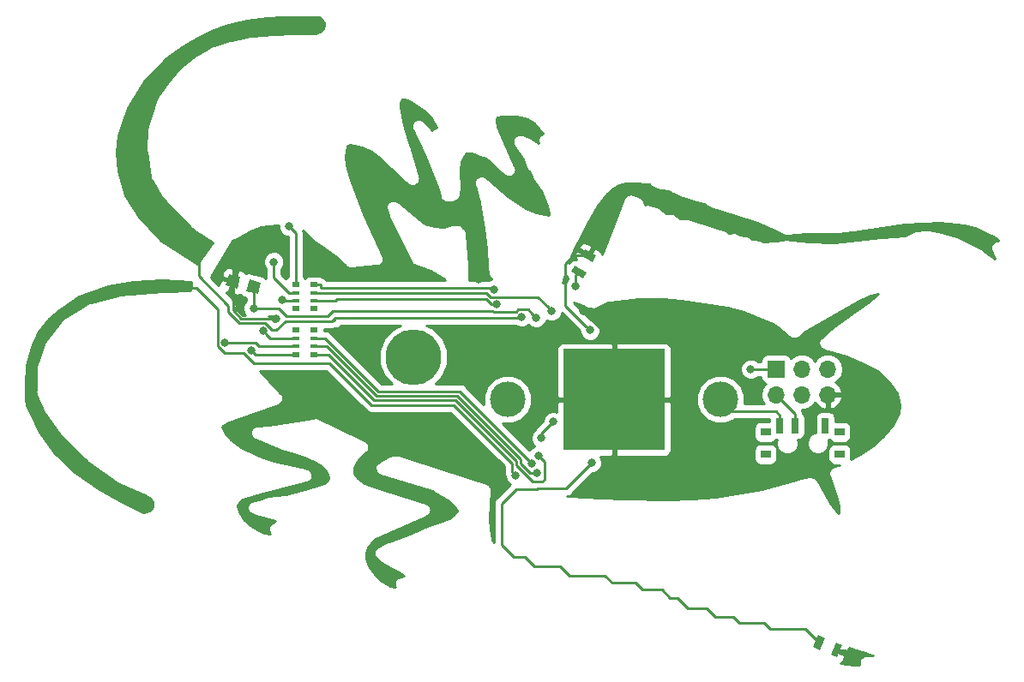
<source format=gbl>
G04 #@! TF.GenerationSoftware,KiCad,Pcbnew,5.0.0-fee4fd1~66~ubuntu18.04.1*
G04 #@! TF.CreationDate,2018-09-07T22:29:42-07:00*
G04 #@! TF.ProjectId,trevor2,747265766F72322E6B696361645F7063,rev?*
G04 #@! TF.SameCoordinates,Original*
G04 #@! TF.FileFunction,Copper,L2,Bot,Signal*
G04 #@! TF.FilePolarity,Positive*
%FSLAX46Y46*%
G04 Gerber Fmt 4.6, Leading zero omitted, Abs format (unit mm)*
G04 Created by KiCad (PCBNEW 5.0.0-fee4fd1~66~ubuntu18.04.1) date Fri Sep  7 22:29:42 2018*
%MOMM*%
%LPD*%
G01*
G04 APERTURE LIST*
G04 #@! TA.AperFunction,SMDPad,CuDef*
%ADD10R,10.000000X10.000000*%
G04 #@! TD*
G04 #@! TA.AperFunction,ComponentPad*
%ADD11C,3.500000*%
G04 #@! TD*
G04 #@! TA.AperFunction,SMDPad,CuDef*
%ADD12C,1.200000*%
G04 #@! TD*
G04 #@! TA.AperFunction,Conductor*
%ADD13C,0.100000*%
G04 #@! TD*
G04 #@! TA.AperFunction,ComponentPad*
%ADD14C,1.700000*%
G04 #@! TD*
G04 #@! TA.AperFunction,ComponentPad*
%ADD15R,1.700000X1.700000*%
G04 #@! TD*
G04 #@! TA.AperFunction,ComponentPad*
%ADD16O,1.700000X1.700000*%
G04 #@! TD*
G04 #@! TA.AperFunction,SMDPad,CuDef*
%ADD17C,0.700000*%
G04 #@! TD*
G04 #@! TA.AperFunction,SMDPad,CuDef*
%ADD18R,0.800000X0.500000*%
G04 #@! TD*
G04 #@! TA.AperFunction,SMDPad,CuDef*
%ADD19R,0.800000X0.400000*%
G04 #@! TD*
G04 #@! TA.AperFunction,SMDPad,CuDef*
%ADD20R,0.700000X1.500000*%
G04 #@! TD*
G04 #@! TA.AperFunction,SMDPad,CuDef*
%ADD21R,1.000000X0.800000*%
G04 #@! TD*
G04 #@! TA.AperFunction,BGAPad,CuDef*
%ADD22C,5.500000*%
G04 #@! TD*
G04 #@! TA.AperFunction,ViaPad*
%ADD23C,0.800000*%
G04 #@! TD*
G04 #@! TA.AperFunction,Conductor*
%ADD24C,0.250000*%
G04 #@! TD*
G04 #@! TA.AperFunction,Conductor*
%ADD25C,0.254000*%
G04 #@! TD*
G04 APERTURE END LIST*
D10*
G04 #@! TO.P,BT1,2*
G04 #@! TO.N,GND*
X159800000Y-97400000D03*
D11*
G04 #@! TO.P,BT1,1*
G04 #@! TO.N,Net-(BT1-Pad1)*
X170300400Y-97400000D03*
G04 #@! TO.P,BT1,0*
G04 #@! TO.N,N/C*
X149299600Y-97400000D03*
G04 #@! TD*
D12*
G04 #@! TO.P,C1,2*
G04 #@! TO.N,GND*
X122185778Y-85728240D03*
D13*
G04 #@! TD*
G04 #@! TO.N,GND*
G04 #@! TO.C,C1*
G36*
X122920625Y-85303976D02*
X122610042Y-86463087D01*
X121450931Y-86152504D01*
X121761514Y-84993393D01*
X122920625Y-85303976D01*
X122920625Y-85303976D01*
G37*
D12*
G04 #@! TO.P,C1,1*
G04 #@! TO.N,+3V3*
X124214222Y-86271760D03*
D13*
G04 #@! TD*
G04 #@! TO.N,+3V3*
G04 #@! TO.C,C1*
G36*
X124949069Y-85847496D02*
X124638486Y-87006607D01*
X123479375Y-86696024D01*
X123789958Y-85536913D01*
X124949069Y-85847496D01*
X124949069Y-85847496D01*
G37*
D14*
G04 #@! TO.P,J1,1*
G04 #@! TO.N,Net-(J1-Pad1)*
X130400000Y-60400000D03*
G04 #@! TD*
G04 #@! TO.P,J2,1*
G04 #@! TO.N,Net-(J2-Pad1)*
X113500000Y-107700000D03*
G04 #@! TD*
D15*
G04 #@! TO.P,J3,1*
G04 #@! TO.N,Net-(J3-Pad1)*
X175800000Y-94400000D03*
D16*
G04 #@! TO.P,J3,2*
G04 #@! TO.N,+3V3*
X175800000Y-96940000D03*
G04 #@! TO.P,J3,3*
G04 #@! TO.N,Net-(J3-Pad3)*
X178340000Y-94400000D03*
G04 #@! TO.P,J3,4*
G04 #@! TO.N,Net-(J3-Pad4)*
X178340000Y-96940000D03*
G04 #@! TO.P,J3,5*
G04 #@! TO.N,Net-(J3-Pad5)*
X180880000Y-94400000D03*
G04 #@! TO.P,J3,6*
G04 #@! TO.N,GND*
X180880000Y-96940000D03*
G04 #@! TD*
D17*
G04 #@! TO.P,R1,2*
G04 #@! TO.N,GND*
X156325000Y-84822724D03*
D13*
G04 #@! TD*
G04 #@! TO.N,GND*
G04 #@! TO.C,R1*
G36*
X155937083Y-84194615D02*
X157062917Y-84844615D01*
X156712917Y-85450833D01*
X155587083Y-84800833D01*
X155937083Y-84194615D01*
X155937083Y-84194615D01*
G37*
D17*
G04 #@! TO.P,R1,1*
G04 #@! TO.N,THERM*
X157275000Y-83177276D03*
D13*
G04 #@! TD*
G04 #@! TO.N,THERM*
G04 #@! TO.C,R1*
G36*
X156887083Y-82549167D02*
X158012917Y-83199167D01*
X157662917Y-83805385D01*
X156537083Y-83155385D01*
X156887083Y-82549167D01*
X156887083Y-82549167D01*
G37*
D18*
G04 #@! TO.P,RN1,1*
G04 #@! TO.N,Net-(RN1-Pad1)*
X130150000Y-90550000D03*
D19*
G04 #@! TO.P,RN1,3*
G04 #@! TO.N,B1*
X130150000Y-92150000D03*
G04 #@! TO.P,RN1,2*
G04 #@! TO.N,G1*
X130150000Y-91350000D03*
D18*
G04 #@! TO.P,RN1,4*
G04 #@! TO.N,R1*
X130150000Y-92950000D03*
D19*
G04 #@! TO.P,RN1,7*
G04 #@! TO.N,Net-(D1-Pad2)*
X128350000Y-91350000D03*
D18*
G04 #@! TO.P,RN1,8*
G04 #@! TO.N,Net-(RN1-Pad8)*
X128350000Y-90550000D03*
D19*
G04 #@! TO.P,RN1,6*
G04 #@! TO.N,Net-(D1-Pad3)*
X128350000Y-92150000D03*
D18*
G04 #@! TO.P,RN1,5*
G04 #@! TO.N,Net-(D1-Pad4)*
X128350000Y-92950000D03*
G04 #@! TD*
G04 #@! TO.P,RN2,5*
G04 #@! TO.N,Net-(RN2-Pad5)*
X128350000Y-88450000D03*
D19*
G04 #@! TO.P,RN2,6*
G04 #@! TO.N,Net-(D2-Pad4)*
X128350000Y-87650000D03*
D18*
G04 #@! TO.P,RN2,8*
G04 #@! TO.N,Net-(D2-Pad2)*
X128350000Y-86050000D03*
D19*
G04 #@! TO.P,RN2,7*
G04 #@! TO.N,Net-(D2-Pad3)*
X128350000Y-86850000D03*
D18*
G04 #@! TO.P,RN2,4*
G04 #@! TO.N,Net-(RN2-Pad4)*
X130150000Y-88450000D03*
D19*
G04 #@! TO.P,RN2,2*
G04 #@! TO.N,G2*
X130150000Y-86850000D03*
G04 #@! TO.P,RN2,3*
G04 #@! TO.N,B2*
X130150000Y-87650000D03*
D18*
G04 #@! TO.P,RN2,1*
G04 #@! TO.N,R2*
X130150000Y-86050000D03*
G04 #@! TD*
D20*
G04 #@! TO.P,SW1,1*
G04 #@! TO.N,Net-(SW1-Pad1)*
X180650000Y-99975000D03*
G04 #@! TO.P,SW1,2*
G04 #@! TO.N,+3V3*
X177650000Y-99975000D03*
G04 #@! TO.P,SW1,3*
G04 #@! TO.N,Net-(BT1-Pad1)*
X176150000Y-99975000D03*
D21*
G04 #@! TO.P,SW1,*
G04 #@! TO.N,*
X182050000Y-102825000D03*
X174750000Y-102825000D03*
X174750000Y-100625000D03*
X182050000Y-100625000D03*
G04 #@! TD*
D22*
G04 #@! TO.P,REF\002A\002A,1*
G04 #@! TO.N,N/C*
X140000000Y-93200000D03*
G04 #@! TD*
D17*
G04 #@! TO.P,R2,1*
G04 #@! TO.N,Net-(R2-Pad1)*
X180025519Y-121428805D03*
D13*
G04 #@! TD*
G04 #@! TO.N,Net-(R2-Pad1)*
G04 #@! TO.C,R2*
G36*
X179449367Y-121890377D02*
X179957318Y-120693721D01*
X180601671Y-120967233D01*
X180093720Y-122163889D01*
X179449367Y-121890377D01*
X179449367Y-121890377D01*
G37*
D17*
G04 #@! TO.P,R2,2*
G04 #@! TO.N,GND*
X181774481Y-122171195D03*
D13*
G04 #@! TD*
G04 #@! TO.N,GND*
G04 #@! TO.C,R2*
G36*
X181198329Y-122632767D02*
X181706280Y-121436111D01*
X182350633Y-121709623D01*
X181842682Y-122906279D01*
X181198329Y-122632767D01*
X181198329Y-122632767D01*
G37*
D23*
G04 #@! TO.N,GND*
X156000000Y-86200000D03*
X126400008Y-89400000D03*
X159800000Y-97400000D03*
X156739232Y-88677426D03*
X123000000Y-83700000D03*
X183100000Y-122700000D03*
X134200000Y-98700000D03*
X134400000Y-84900000D03*
X132200000Y-90700000D03*
X146400000Y-85500000D03*
G04 #@! TO.N,+3V3*
X124199992Y-88400000D03*
X153786683Y-99588360D03*
X152600000Y-101200000D03*
X152111234Y-89298215D03*
G04 #@! TO.N,Net-(D1-Pad3)*
X121400000Y-91800000D03*
G04 #@! TO.N,Net-(D1-Pad2)*
X125146207Y-90644528D03*
G04 #@! TO.N,Net-(D1-Pad4)*
X124012660Y-92587340D03*
G04 #@! TO.N,Net-(D2-Pad4)*
X127000000Y-87600000D03*
G04 #@! TO.N,Net-(D2-Pad2)*
X127700000Y-80300000D03*
G04 #@! TO.N,Net-(D2-Pad3)*
X126200000Y-83800000D03*
G04 #@! TO.N,Net-(J1-Pad1)*
X150668994Y-89243674D03*
G04 #@! TO.N,Net-(J2-Pad1)*
X150100000Y-104900000D03*
G04 #@! TO.N,Net-(J3-Pad1)*
X173300000Y-94400000D03*
G04 #@! TO.N,THERM*
X196800000Y-81800000D03*
X157437340Y-90562660D03*
G04 #@! TO.N,R1*
X152334016Y-102962118D03*
G04 #@! TO.N,B1*
X152174990Y-104642415D03*
G04 #@! TO.N,G1*
X151665804Y-103706104D03*
G04 #@! TO.N,G2*
X153637656Y-88662976D03*
G04 #@! TO.N,B2*
X148226977Y-87995966D03*
G04 #@! TO.N,R2*
X147920634Y-86545954D03*
G04 #@! TO.N,Net-(R2-Pad1)*
X157605291Y-103654906D03*
G04 #@! TD*
D24*
G04 #@! TO.N,GND*
X156000000Y-85147724D02*
X156325000Y-84822724D01*
X156000000Y-86200000D02*
X156000000Y-85147724D01*
X125834323Y-89400000D02*
X126400008Y-89400000D01*
X123000000Y-89400000D02*
X125834323Y-89400000D01*
X122185778Y-88585778D02*
X123000000Y-89400000D01*
X122185778Y-85728240D02*
X122185778Y-88585778D01*
X159800000Y-91738194D02*
X157139231Y-89077425D01*
X159800000Y-97400000D02*
X159800000Y-91738194D01*
X157139231Y-89077425D02*
X156739232Y-88677426D01*
X122185778Y-85728240D02*
X122185778Y-84514222D01*
X122185778Y-84514222D02*
X123000000Y-83700000D01*
X181774480Y-122171195D02*
X182571195Y-122171195D01*
X182571195Y-122171195D02*
X183100000Y-122700000D01*
G04 #@! TO.N,Net-(BT1-Pad1)*
X171500400Y-98600000D02*
X170300400Y-97400000D01*
X175775000Y-98600000D02*
X171500400Y-98600000D01*
X176150000Y-99975000D02*
X176150000Y-98975000D01*
X176150000Y-98975000D02*
X175775000Y-98600000D01*
G04 #@! TO.N,+3V3*
X177650000Y-98790000D02*
X175800000Y-96940000D01*
X177650000Y-99975000D02*
X177650000Y-98790000D01*
X124214222Y-86271760D02*
X124214222Y-88385770D01*
X124214222Y-88385770D02*
X124199992Y-88400000D01*
X152600000Y-100775043D02*
X152600000Y-101200000D01*
X153786683Y-99588360D02*
X152600000Y-100775043D01*
X132040244Y-88659756D02*
X147817765Y-88659756D01*
X151331692Y-88518673D02*
X151711235Y-88898216D01*
X147817765Y-88659756D02*
X147878976Y-88720967D01*
X150320993Y-88518673D02*
X151331692Y-88518673D01*
X150118699Y-88720967D02*
X150320993Y-88518673D01*
X124199992Y-88400000D02*
X126673004Y-88400000D01*
X126673004Y-88400000D02*
X127473004Y-89200000D01*
X127473004Y-89200000D02*
X131500000Y-89200000D01*
X131500000Y-89200000D02*
X132040244Y-88659756D01*
X147878976Y-88720967D02*
X150118699Y-88720967D01*
X151711235Y-88898216D02*
X152111234Y-89298215D01*
G04 #@! TO.N,Net-(D1-Pad3)*
X124402096Y-91800000D02*
X121965685Y-91800000D01*
X128350000Y-92150000D02*
X124752096Y-92150000D01*
X121965685Y-91800000D02*
X121400000Y-91800000D01*
X124752096Y-92150000D02*
X124402096Y-91800000D01*
G04 #@! TO.N,Net-(D1-Pad2)*
X128350000Y-91350000D02*
X125851679Y-91350000D01*
X125546206Y-91044527D02*
X125146207Y-90644528D01*
X125851679Y-91350000D02*
X125546206Y-91044527D01*
G04 #@! TO.N,Net-(D1-Pad4)*
X124375320Y-92950000D02*
X124012660Y-92587340D01*
X128350000Y-92950000D02*
X124375320Y-92950000D01*
G04 #@! TO.N,Net-(D2-Pad4)*
X128350000Y-87650000D02*
X127050000Y-87650000D01*
X127050000Y-87650000D02*
X127000000Y-87600000D01*
G04 #@! TO.N,Net-(D2-Pad2)*
X128099999Y-80699999D02*
X127700000Y-80300000D01*
X128350000Y-80950000D02*
X128099999Y-80699999D01*
X128350000Y-86050000D02*
X128350000Y-80950000D01*
G04 #@! TO.N,Net-(D2-Pad3)*
X126200000Y-85350000D02*
X126200000Y-83800000D01*
X128350000Y-86850000D02*
X127700000Y-86850000D01*
X127700000Y-86850000D02*
X126200000Y-85350000D01*
G04 #@! TO.N,Net-(J1-Pad1)*
X132000000Y-89600000D02*
X132200000Y-89600000D01*
X127349989Y-89650011D02*
X131949989Y-89650011D01*
X126051998Y-90525002D02*
X126474998Y-90525002D01*
X118800000Y-82200000D02*
X118800000Y-85200000D01*
X118800000Y-85200000D02*
X121735767Y-88135767D01*
X125377007Y-89850011D02*
X126051998Y-90525002D01*
X126474998Y-90525002D02*
X127349989Y-89650011D01*
X121735767Y-88135767D02*
X121735767Y-88772178D01*
X121735767Y-88772178D02*
X122813600Y-89850011D01*
X131949989Y-89650011D02*
X132000000Y-89600000D01*
X122813600Y-89850011D02*
X125377007Y-89850011D01*
X132300000Y-89300000D02*
X150600000Y-89300000D01*
X150612668Y-89300000D02*
X150668994Y-89243674D01*
X132000000Y-89600000D02*
X132300000Y-89300000D01*
X150600000Y-89300000D02*
X150612668Y-89300000D01*
G04 #@! TO.N,Net-(J2-Pad1)*
X123200000Y-92800000D02*
X124200000Y-93800000D01*
X124200000Y-93800000D02*
X131700000Y-93800000D01*
X120674999Y-92148001D02*
X121326998Y-92800000D01*
X117400000Y-86400000D02*
X118600000Y-86400000D01*
X121326998Y-92800000D02*
X123200000Y-92800000D01*
X120674999Y-88474999D02*
X120674999Y-92148001D01*
X143950032Y-97950032D02*
X149700001Y-103700001D01*
X135850032Y-97950032D02*
X143950032Y-97950032D01*
X131700000Y-93800000D02*
X135850032Y-97950032D01*
X149700001Y-103700001D02*
X149700001Y-104500001D01*
X118600000Y-86400000D02*
X120674999Y-88474999D01*
X149700001Y-104500001D02*
X150100000Y-104900000D01*
G04 #@! TO.N,Net-(J3-Pad1)*
X175800000Y-94400000D02*
X173300000Y-94400000D01*
G04 #@! TO.N,THERM*
X155000000Y-86100000D02*
X155000000Y-84000000D01*
X155000000Y-86100000D02*
X155000000Y-85700000D01*
X155822724Y-83177276D02*
X157275000Y-83177276D01*
X155000000Y-84000000D02*
X155822724Y-83177276D01*
X157037341Y-90162661D02*
X157437340Y-90562660D01*
X155000000Y-86100000D02*
X155000000Y-88125320D01*
X155000000Y-88125320D02*
X157037341Y-90162661D01*
G04 #@! TO.N,R1*
X136127200Y-97500021D02*
X131577180Y-92950000D01*
X152334016Y-102962118D02*
X152900000Y-103528102D01*
X150150012Y-103513601D02*
X144136432Y-97500021D01*
X152900000Y-105300000D02*
X152700000Y-105500000D01*
X152900000Y-103528102D02*
X152900000Y-105300000D01*
X152700000Y-105500000D02*
X151736411Y-105500000D01*
X131577180Y-92950000D02*
X130800000Y-92950000D01*
X151736411Y-105500000D02*
X150150012Y-103913601D01*
X130800000Y-92950000D02*
X130150000Y-92950000D01*
X150150012Y-103913601D02*
X150150012Y-103513601D01*
X144136432Y-97500021D02*
X136127200Y-97500021D01*
G04 #@! TO.N,B1*
X151515237Y-104642415D02*
X151609305Y-104642415D01*
X131413590Y-92150000D02*
X136313599Y-97050009D01*
X150600023Y-103727201D02*
X151515237Y-104642415D01*
X130150000Y-92150000D02*
X131413590Y-92150000D01*
X136313599Y-97050009D02*
X144322832Y-97050010D01*
X151609305Y-104642415D02*
X152174990Y-104642415D01*
X150600023Y-103327201D02*
X150600023Y-103727201D01*
X144322832Y-97050010D02*
X150600023Y-103327201D01*
G04 #@! TO.N,G1*
X136500000Y-96600000D02*
X144559700Y-96600000D01*
X130150000Y-91350000D02*
X131250000Y-91350000D01*
X131250000Y-91350000D02*
X136500000Y-96600000D01*
X144559700Y-96600000D02*
X151265805Y-103306105D01*
X151265805Y-103306105D02*
X151665804Y-103706104D01*
G04 #@! TO.N,G2*
X147572632Y-87270956D02*
X152245636Y-87270956D01*
X130150000Y-86850000D02*
X147151676Y-86850000D01*
X153237657Y-88262977D02*
X153637656Y-88662976D01*
X147151676Y-86850000D02*
X147572632Y-87270956D01*
X152245636Y-87270956D02*
X153237657Y-88262977D01*
G04 #@! TO.N,B2*
X147165265Y-87500000D02*
X147661231Y-87995966D01*
X147661292Y-87995966D02*
X148226977Y-87995966D01*
X147661231Y-87995966D02*
X147661292Y-87995966D01*
X132427178Y-87500000D02*
X147165265Y-87500000D01*
X132277178Y-87650000D02*
X132427178Y-87500000D01*
X130150000Y-87650000D02*
X132277178Y-87650000D01*
G04 #@! TO.N,R2*
X130880684Y-86395682D02*
X147770362Y-86395682D01*
X130810001Y-86324999D02*
X130880684Y-86395682D01*
X147770362Y-86395682D02*
X147920634Y-86545954D01*
X130810001Y-86060001D02*
X130810001Y-86324999D01*
X130800000Y-86050000D02*
X130810001Y-86060001D01*
X130150000Y-86050000D02*
X130800000Y-86050000D01*
G04 #@! TO.N,Net-(R2-Pad1)*
X168900000Y-118000000D02*
X167100000Y-118000000D01*
X152186400Y-106250011D02*
X152236411Y-106200000D01*
X159600000Y-115500000D02*
X158900000Y-114800000D01*
X164500000Y-116200000D02*
X162600000Y-116200000D01*
X171600000Y-118900000D02*
X169800000Y-118900000D01*
X165300000Y-117000000D02*
X164500000Y-116200000D01*
X167100000Y-118000000D02*
X166100000Y-117000000D01*
X169800000Y-118900000D02*
X168900000Y-118000000D01*
X158900000Y-114800000D02*
X155400000Y-114800000D01*
X154500000Y-113900000D02*
X151900000Y-113900000D01*
X162600000Y-116200000D02*
X161900000Y-115500000D01*
X166100000Y-117000000D02*
X165300000Y-117000000D01*
X175200000Y-120100000D02*
X174600000Y-119500000D01*
X152236411Y-106200000D02*
X155060197Y-106200000D01*
X148700000Y-107700000D02*
X150149989Y-106250011D01*
X149900000Y-113000000D02*
X148700000Y-111800000D01*
X155400000Y-114800000D02*
X154500000Y-113900000D01*
X178696715Y-120100000D02*
X175200000Y-120100000D01*
X155060197Y-106200000D02*
X157205292Y-104054905D01*
X180025520Y-121428805D02*
X178696715Y-120100000D01*
X174600000Y-119500000D02*
X172200000Y-119500000D01*
X161900000Y-115500000D02*
X159600000Y-115500000D01*
X151900000Y-113900000D02*
X151000000Y-113000000D01*
X172200000Y-119500000D02*
X171600000Y-118900000D01*
X150149989Y-106250011D02*
X152186400Y-106250011D01*
X151000000Y-113000000D02*
X149900000Y-113000000D01*
X157205292Y-104054905D02*
X157605291Y-103654906D01*
X148700000Y-111800000D02*
X148700000Y-107700000D01*
G04 #@! TD*
D25*
G04 #@! TO.N,Net-(J1-Pad1)*
G36*
X130652733Y-59661834D02*
X130878209Y-59783495D01*
X131052124Y-59971635D01*
X131155720Y-60205964D01*
X131177827Y-60461215D01*
X131116061Y-60709868D01*
X130977084Y-60925106D01*
X130775881Y-61083722D01*
X130507270Y-61178051D01*
X130369311Y-61190000D01*
X128252056Y-61190000D01*
X128234382Y-61187394D01*
X128182262Y-61190000D01*
X128130074Y-61190000D01*
X128112551Y-61193486D01*
X126218306Y-61288198D01*
X126202296Y-61286569D01*
X126148591Y-61291684D01*
X126094706Y-61294378D01*
X126079098Y-61298302D01*
X124065883Y-61490037D01*
X124029325Y-61490075D01*
X123996455Y-61496649D01*
X123963075Y-61499828D01*
X123928046Y-61510331D01*
X121998282Y-61896284D01*
X121966746Y-61899120D01*
X121929869Y-61909966D01*
X121892190Y-61917502D01*
X121862959Y-61929645D01*
X120317769Y-62384114D01*
X120299682Y-62383076D01*
X120182858Y-62423794D01*
X120132578Y-62438582D01*
X120116953Y-62446764D01*
X120100287Y-62452573D01*
X120055088Y-62479161D01*
X119945515Y-62536540D01*
X119933905Y-62550445D01*
X118347917Y-63483380D01*
X118294761Y-63512828D01*
X118287704Y-63518799D01*
X118279745Y-63523481D01*
X118234423Y-63563883D01*
X116957816Y-64644090D01*
X116919038Y-64673060D01*
X116904538Y-64689171D01*
X116888001Y-64703164D01*
X116857876Y-64741018D01*
X115990846Y-65704386D01*
X115960277Y-65733428D01*
X115944162Y-65756258D01*
X115925484Y-65777011D01*
X115903950Y-65813224D01*
X114778777Y-67407222D01*
X114748051Y-67431602D01*
X114697961Y-67521711D01*
X114679628Y-67547683D01*
X114664072Y-67582676D01*
X114645457Y-67616163D01*
X114635724Y-67646443D01*
X114593851Y-67740635D01*
X114592847Y-67779840D01*
X113760015Y-70370874D01*
X113745864Y-70389920D01*
X113717032Y-70504598D01*
X113702662Y-70549306D01*
X113700017Y-70572278D01*
X113694378Y-70594706D01*
X113692033Y-70641611D01*
X113678506Y-70759078D01*
X113685019Y-70781894D01*
X113597823Y-72525799D01*
X113596848Y-72527890D01*
X113590782Y-72666630D01*
X113587394Y-72734383D01*
X113587722Y-72736607D01*
X113587624Y-72738847D01*
X113597922Y-72805782D01*
X113618196Y-72943283D01*
X113619380Y-72945263D01*
X113986881Y-75334019D01*
X113983076Y-75400317D01*
X114008147Y-75472248D01*
X114008889Y-75477073D01*
X114031148Y-75538241D01*
X114052573Y-75599712D01*
X114055049Y-75603921D01*
X114081097Y-75675502D01*
X114125957Y-75724465D01*
X115023949Y-77251052D01*
X115026597Y-77265654D01*
X115095276Y-77372309D01*
X115123480Y-77420255D01*
X115133100Y-77431046D01*
X115140919Y-77443189D01*
X115179545Y-77483147D01*
X115263992Y-77577877D01*
X115277360Y-77584335D01*
X117993306Y-80393936D01*
X117994350Y-80396524D01*
X118091266Y-80495273D01*
X118138118Y-80543741D01*
X118140356Y-80545292D01*
X118142257Y-80547229D01*
X118197782Y-80585087D01*
X118311677Y-80664014D01*
X118314410Y-80664606D01*
X120147332Y-81914327D01*
X118671549Y-84031754D01*
X116938258Y-82937044D01*
X116938257Y-82937043D01*
X115058756Y-81749990D01*
X112870007Y-79370917D01*
X111557333Y-77214381D01*
X110900338Y-74867969D01*
X110713933Y-73003923D01*
X110898176Y-71345739D01*
X111752214Y-68593837D01*
X113366490Y-65935031D01*
X115562237Y-63643817D01*
X117084143Y-62597508D01*
X118541922Y-61722843D01*
X120272397Y-60857606D01*
X121686003Y-60386404D01*
X123523461Y-59999571D01*
X125573932Y-59706646D01*
X127023638Y-59610000D01*
X130341314Y-59610000D01*
X130652733Y-59661834D01*
X130652733Y-59661834D01*
G37*
X130652733Y-59661834D02*
X130878209Y-59783495D01*
X131052124Y-59971635D01*
X131155720Y-60205964D01*
X131177827Y-60461215D01*
X131116061Y-60709868D01*
X130977084Y-60925106D01*
X130775881Y-61083722D01*
X130507270Y-61178051D01*
X130369311Y-61190000D01*
X128252056Y-61190000D01*
X128234382Y-61187394D01*
X128182262Y-61190000D01*
X128130074Y-61190000D01*
X128112551Y-61193486D01*
X126218306Y-61288198D01*
X126202296Y-61286569D01*
X126148591Y-61291684D01*
X126094706Y-61294378D01*
X126079098Y-61298302D01*
X124065883Y-61490037D01*
X124029325Y-61490075D01*
X123996455Y-61496649D01*
X123963075Y-61499828D01*
X123928046Y-61510331D01*
X121998282Y-61896284D01*
X121966746Y-61899120D01*
X121929869Y-61909966D01*
X121892190Y-61917502D01*
X121862959Y-61929645D01*
X120317769Y-62384114D01*
X120299682Y-62383076D01*
X120182858Y-62423794D01*
X120132578Y-62438582D01*
X120116953Y-62446764D01*
X120100287Y-62452573D01*
X120055088Y-62479161D01*
X119945515Y-62536540D01*
X119933905Y-62550445D01*
X118347917Y-63483380D01*
X118294761Y-63512828D01*
X118287704Y-63518799D01*
X118279745Y-63523481D01*
X118234423Y-63563883D01*
X116957816Y-64644090D01*
X116919038Y-64673060D01*
X116904538Y-64689171D01*
X116888001Y-64703164D01*
X116857876Y-64741018D01*
X115990846Y-65704386D01*
X115960277Y-65733428D01*
X115944162Y-65756258D01*
X115925484Y-65777011D01*
X115903950Y-65813224D01*
X114778777Y-67407222D01*
X114748051Y-67431602D01*
X114697961Y-67521711D01*
X114679628Y-67547683D01*
X114664072Y-67582676D01*
X114645457Y-67616163D01*
X114635724Y-67646443D01*
X114593851Y-67740635D01*
X114592847Y-67779840D01*
X113760015Y-70370874D01*
X113745864Y-70389920D01*
X113717032Y-70504598D01*
X113702662Y-70549306D01*
X113700017Y-70572278D01*
X113694378Y-70594706D01*
X113692033Y-70641611D01*
X113678506Y-70759078D01*
X113685019Y-70781894D01*
X113597823Y-72525799D01*
X113596848Y-72527890D01*
X113590782Y-72666630D01*
X113587394Y-72734383D01*
X113587722Y-72736607D01*
X113587624Y-72738847D01*
X113597922Y-72805782D01*
X113618196Y-72943283D01*
X113619380Y-72945263D01*
X113986881Y-75334019D01*
X113983076Y-75400317D01*
X114008147Y-75472248D01*
X114008889Y-75477073D01*
X114031148Y-75538241D01*
X114052573Y-75599712D01*
X114055049Y-75603921D01*
X114081097Y-75675502D01*
X114125957Y-75724465D01*
X115023949Y-77251052D01*
X115026597Y-77265654D01*
X115095276Y-77372309D01*
X115123480Y-77420255D01*
X115133100Y-77431046D01*
X115140919Y-77443189D01*
X115179545Y-77483147D01*
X115263992Y-77577877D01*
X115277360Y-77584335D01*
X117993306Y-80393936D01*
X117994350Y-80396524D01*
X118091266Y-80495273D01*
X118138118Y-80543741D01*
X118140356Y-80545292D01*
X118142257Y-80547229D01*
X118197782Y-80585087D01*
X118311677Y-80664014D01*
X118314410Y-80664606D01*
X120147332Y-81914327D01*
X118671549Y-84031754D01*
X116938258Y-82937044D01*
X116938257Y-82937043D01*
X115058756Y-81749990D01*
X112870007Y-79370917D01*
X111557333Y-77214381D01*
X110900338Y-74867969D01*
X110713933Y-73003923D01*
X110898176Y-71345739D01*
X111752214Y-68593837D01*
X113366490Y-65935031D01*
X115562237Y-63643817D01*
X117084143Y-62597508D01*
X118541922Y-61722843D01*
X120272397Y-60857606D01*
X121686003Y-60386404D01*
X123523461Y-59999571D01*
X125573932Y-59706646D01*
X127023638Y-59610000D01*
X130341314Y-59610000D01*
X130652733Y-59661834D01*
G04 #@! TO.N,Net-(J2-Pad1)*
G36*
X118067718Y-85796489D02*
X117988246Y-86591203D01*
X117950868Y-86591620D01*
X117942113Y-86595361D01*
X115424428Y-86688609D01*
X115405358Y-86686586D01*
X115354697Y-86691192D01*
X115303844Y-86693075D01*
X115285181Y-86697511D01*
X110950565Y-87091567D01*
X110895637Y-87094240D01*
X110881054Y-87097886D01*
X110866081Y-87099247D01*
X110813333Y-87114816D01*
X108119503Y-87788274D01*
X108072810Y-87787352D01*
X107983661Y-87822234D01*
X107959962Y-87828159D01*
X107918691Y-87847655D01*
X107876168Y-87864294D01*
X107855584Y-87877468D01*
X107769035Y-87918354D01*
X107737660Y-87952939D01*
X105386674Y-89457572D01*
X105331172Y-89477095D01*
X105268834Y-89532989D01*
X105258376Y-89539682D01*
X105216866Y-89579585D01*
X105173955Y-89618060D01*
X105166498Y-89628003D01*
X105106146Y-89686018D01*
X105082565Y-89739913D01*
X103689277Y-91597632D01*
X103653119Y-91625694D01*
X103605253Y-91709664D01*
X103590045Y-91729941D01*
X103570708Y-91770265D01*
X103548547Y-91809141D01*
X103540527Y-91833202D01*
X103498740Y-91920340D01*
X103496249Y-91966034D01*
X102756622Y-94184920D01*
X102731196Y-94222972D01*
X102712341Y-94317761D01*
X102704323Y-94341816D01*
X102698727Y-94386205D01*
X102690001Y-94430074D01*
X102690001Y-94455423D01*
X102677912Y-94551317D01*
X102690001Y-94595460D01*
X102690000Y-96525703D01*
X102676145Y-96591174D01*
X102690000Y-96665556D01*
X102690000Y-96669925D01*
X102702803Y-96734289D01*
X102714812Y-96798762D01*
X102716434Y-96802816D01*
X102731195Y-96877027D01*
X102768376Y-96932673D01*
X103292561Y-98243132D01*
X103292774Y-98254517D01*
X103344859Y-98373879D01*
X103366752Y-98428611D01*
X103372795Y-98437898D01*
X103377226Y-98448053D01*
X103410889Y-98496443D01*
X103481915Y-98605601D01*
X103491306Y-98612043D01*
X105013410Y-100800070D01*
X105048510Y-100852600D01*
X105053251Y-100857341D01*
X105057089Y-100862858D01*
X105102687Y-100906777D01*
X107794343Y-103598435D01*
X107839346Y-103644781D01*
X107843673Y-103647765D01*
X107847399Y-103651491D01*
X107901232Y-103687461D01*
X110793836Y-105682362D01*
X110847743Y-105720406D01*
X110851280Y-105721978D01*
X110854473Y-105724180D01*
X110915148Y-105750364D01*
X113476244Y-106888629D01*
X113582590Y-106948551D01*
X113923399Y-107103508D01*
X114109708Y-107279384D01*
X114229002Y-107506125D01*
X114268419Y-107759279D01*
X114223707Y-108011560D01*
X114099692Y-108235750D01*
X113909741Y-108407686D01*
X113674341Y-108508822D01*
X113390471Y-108530415D01*
X113319107Y-108517767D01*
X111123396Y-107467646D01*
X108978893Y-106297917D01*
X106554389Y-104552274D01*
X104538525Y-102632406D01*
X103110132Y-100632655D01*
X101791673Y-97995739D01*
X101710000Y-97260681D01*
X101710000Y-96016888D01*
X101805489Y-94011620D01*
X102366485Y-91954637D01*
X103002813Y-90681982D01*
X104010039Y-89400058D01*
X105028987Y-88566373D01*
X106928231Y-87236904D01*
X109874241Y-86191546D01*
X112378546Y-85806269D01*
X115201579Y-85611577D01*
X118067718Y-85796489D01*
X118067718Y-85796489D01*
G37*
X118067718Y-85796489D02*
X117988246Y-86591203D01*
X117950868Y-86591620D01*
X117942113Y-86595361D01*
X115424428Y-86688609D01*
X115405358Y-86686586D01*
X115354697Y-86691192D01*
X115303844Y-86693075D01*
X115285181Y-86697511D01*
X110950565Y-87091567D01*
X110895637Y-87094240D01*
X110881054Y-87097886D01*
X110866081Y-87099247D01*
X110813333Y-87114816D01*
X108119503Y-87788274D01*
X108072810Y-87787352D01*
X107983661Y-87822234D01*
X107959962Y-87828159D01*
X107918691Y-87847655D01*
X107876168Y-87864294D01*
X107855584Y-87877468D01*
X107769035Y-87918354D01*
X107737660Y-87952939D01*
X105386674Y-89457572D01*
X105331172Y-89477095D01*
X105268834Y-89532989D01*
X105258376Y-89539682D01*
X105216866Y-89579585D01*
X105173955Y-89618060D01*
X105166498Y-89628003D01*
X105106146Y-89686018D01*
X105082565Y-89739913D01*
X103689277Y-91597632D01*
X103653119Y-91625694D01*
X103605253Y-91709664D01*
X103590045Y-91729941D01*
X103570708Y-91770265D01*
X103548547Y-91809141D01*
X103540527Y-91833202D01*
X103498740Y-91920340D01*
X103496249Y-91966034D01*
X102756622Y-94184920D01*
X102731196Y-94222972D01*
X102712341Y-94317761D01*
X102704323Y-94341816D01*
X102698727Y-94386205D01*
X102690001Y-94430074D01*
X102690001Y-94455423D01*
X102677912Y-94551317D01*
X102690001Y-94595460D01*
X102690000Y-96525703D01*
X102676145Y-96591174D01*
X102690000Y-96665556D01*
X102690000Y-96669925D01*
X102702803Y-96734289D01*
X102714812Y-96798762D01*
X102716434Y-96802816D01*
X102731195Y-96877027D01*
X102768376Y-96932673D01*
X103292561Y-98243132D01*
X103292774Y-98254517D01*
X103344859Y-98373879D01*
X103366752Y-98428611D01*
X103372795Y-98437898D01*
X103377226Y-98448053D01*
X103410889Y-98496443D01*
X103481915Y-98605601D01*
X103491306Y-98612043D01*
X105013410Y-100800070D01*
X105048510Y-100852600D01*
X105053251Y-100857341D01*
X105057089Y-100862858D01*
X105102687Y-100906777D01*
X107794343Y-103598435D01*
X107839346Y-103644781D01*
X107843673Y-103647765D01*
X107847399Y-103651491D01*
X107901232Y-103687461D01*
X110793836Y-105682362D01*
X110847743Y-105720406D01*
X110851280Y-105721978D01*
X110854473Y-105724180D01*
X110915148Y-105750364D01*
X113476244Y-106888629D01*
X113582590Y-106948551D01*
X113923399Y-107103508D01*
X114109708Y-107279384D01*
X114229002Y-107506125D01*
X114268419Y-107759279D01*
X114223707Y-108011560D01*
X114099692Y-108235750D01*
X113909741Y-108407686D01*
X113674341Y-108508822D01*
X113390471Y-108530415D01*
X113319107Y-108517767D01*
X111123396Y-107467646D01*
X108978893Y-106297917D01*
X106554389Y-104552274D01*
X104538525Y-102632406D01*
X103110132Y-100632655D01*
X101791673Y-97995739D01*
X101710000Y-97260681D01*
X101710000Y-96016888D01*
X101805489Y-94011620D01*
X102366485Y-91954637D01*
X103002813Y-90681982D01*
X104010039Y-89400058D01*
X105028987Y-88566373D01*
X106928231Y-87236904D01*
X109874241Y-86191546D01*
X112378546Y-85806269D01*
X115201579Y-85611577D01*
X118067718Y-85796489D01*
G04 #@! TO.N,THERM*
G36*
X155073434Y-85194970D02*
X155240001Y-85341045D01*
X155240001Y-85496288D01*
X155122569Y-85613720D01*
X154976843Y-85965534D01*
X154694159Y-85862740D01*
X154979943Y-85005387D01*
X155073434Y-85194970D01*
X155073434Y-85194970D01*
G37*
X155073434Y-85194970D02*
X155240001Y-85341045D01*
X155240001Y-85496288D01*
X155122569Y-85613720D01*
X154976843Y-85965534D01*
X154694159Y-85862740D01*
X154979943Y-85005387D01*
X155073434Y-85194970D01*
G36*
X163230423Y-76090562D02*
X163323007Y-76214008D01*
X163394399Y-76318084D01*
X163466832Y-76365215D01*
X163531173Y-76422905D01*
X163650236Y-76464787D01*
X164033916Y-76618260D01*
X164057799Y-76637920D01*
X164164163Y-76670359D01*
X164201236Y-76685188D01*
X164230912Y-76690716D01*
X164259774Y-76699518D01*
X164299491Y-76703490D01*
X164408825Y-76723855D01*
X164439092Y-76717450D01*
X165132371Y-76786778D01*
X165273445Y-76892584D01*
X165281916Y-76905602D01*
X165385982Y-76976986D01*
X165429940Y-77009955D01*
X165443580Y-77016496D01*
X165456046Y-77025047D01*
X165506524Y-77046680D01*
X165620339Y-77101260D01*
X165635848Y-77102105D01*
X166183347Y-77336749D01*
X166209141Y-77351452D01*
X166247455Y-77364223D01*
X166284589Y-77380138D01*
X166313646Y-77386287D01*
X167441306Y-77762174D01*
X167472215Y-77776094D01*
X167507481Y-77784232D01*
X167541815Y-77795677D01*
X167575447Y-77799917D01*
X168682759Y-78055451D01*
X168994330Y-78304708D01*
X169032744Y-78352915D01*
X169103548Y-78392083D01*
X169111069Y-78398099D01*
X169164695Y-78425908D01*
X169217516Y-78455127D01*
X169226685Y-78458053D01*
X169298523Y-78495306D01*
X169359942Y-78500582D01*
X173949104Y-79965209D01*
X175498760Y-80643184D01*
X176476011Y-81131810D01*
X176594508Y-81194130D01*
X176672824Y-81201314D01*
X176748682Y-81222088D01*
X176881538Y-81205340D01*
X178737258Y-81010000D01*
X181753874Y-81010000D01*
X181777458Y-81013078D01*
X181823628Y-81010000D01*
X181869926Y-81010000D01*
X181893265Y-81005358D01*
X183309183Y-80910964D01*
X183340945Y-80912259D01*
X183378782Y-80906324D01*
X183416999Y-80903776D01*
X183447698Y-80895513D01*
X188474902Y-80106933D01*
X190309202Y-80005028D01*
X190309205Y-80005027D01*
X191977222Y-79912360D01*
X194371095Y-80199624D01*
X195465067Y-80473117D01*
X196494231Y-80940919D01*
X197225221Y-81306415D01*
X197718444Y-81676333D01*
X197704809Y-81678685D01*
X197691174Y-81676145D01*
X197566110Y-81702611D01*
X197440132Y-81724343D01*
X197428407Y-81731752D01*
X197414839Y-81734623D01*
X197309419Y-81806937D01*
X197201350Y-81875222D01*
X197193354Y-81886552D01*
X197181916Y-81894398D01*
X197112193Y-82001552D01*
X197038484Y-82105993D01*
X197035432Y-82119522D01*
X197027868Y-82131147D01*
X197004459Y-82256819D01*
X196976327Y-82381524D01*
X196978685Y-82395191D01*
X196976145Y-82408826D01*
X197002612Y-82533895D01*
X197024343Y-82659868D01*
X197069636Y-82731548D01*
X197390591Y-83480443D01*
X196130698Y-82535524D01*
X196080065Y-82496228D01*
X196074779Y-82493585D01*
X196070059Y-82490045D01*
X196012368Y-82462380D01*
X194020959Y-81466676D01*
X193962287Y-81436529D01*
X193958502Y-81435448D01*
X193954977Y-81433685D01*
X193891288Y-81416243D01*
X191834493Y-80828587D01*
X191807810Y-80817502D01*
X191767427Y-80809425D01*
X191727816Y-80798108D01*
X191699010Y-80795742D01*
X190837708Y-80623482D01*
X190801476Y-80604693D01*
X190700316Y-80596003D01*
X190670674Y-80590075D01*
X190630816Y-80590033D01*
X190591092Y-80586621D01*
X190561039Y-80589960D01*
X190459516Y-80589854D01*
X190421797Y-80605432D01*
X189705270Y-80685046D01*
X189648682Y-80677912D01*
X189566213Y-80700496D01*
X189552096Y-80702065D01*
X189498888Y-80718934D01*
X189445022Y-80733685D01*
X189432310Y-80740041D01*
X189350810Y-80765879D01*
X189307180Y-80802606D01*
X188504777Y-81203808D01*
X186302572Y-81387325D01*
X186294425Y-81386587D01*
X186232946Y-81393127D01*
X186171354Y-81398260D01*
X186163494Y-81400516D01*
X181575965Y-81888552D01*
X179043155Y-81791136D01*
X176666903Y-81593115D01*
X176605358Y-81586586D01*
X176597323Y-81587316D01*
X176589278Y-81586646D01*
X176527757Y-81593641D01*
X174505448Y-81777486D01*
X174280391Y-81687464D01*
X174268827Y-81677095D01*
X174149761Y-81635212D01*
X174098762Y-81614812D01*
X174083898Y-81612043D01*
X174069632Y-81607025D01*
X174015245Y-81599255D01*
X173891174Y-81576145D01*
X173875980Y-81579360D01*
X173442345Y-81517413D01*
X173123466Y-81326085D01*
X173068827Y-81277095D01*
X172937478Y-81230891D01*
X172806547Y-81183975D01*
X172733253Y-81187542D01*
X172214467Y-81113430D01*
X172038402Y-81025397D01*
X172034345Y-81020873D01*
X171912319Y-80962356D01*
X171854977Y-80933685D01*
X171849275Y-80932123D01*
X171779660Y-80898740D01*
X171714378Y-80895182D01*
X171651317Y-80877912D01*
X171574716Y-80887569D01*
X171568814Y-80887247D01*
X171505350Y-80896313D01*
X171371080Y-80913240D01*
X171365802Y-80916249D01*
X171151022Y-80946932D01*
X171129570Y-80925480D01*
X171065567Y-80845661D01*
X170968802Y-80792518D01*
X170877028Y-80731196D01*
X170776699Y-80711239D01*
X167061702Y-79538083D01*
X166979660Y-79498740D01*
X166858168Y-79492118D01*
X166737230Y-79478818D01*
X166649868Y-79504239D01*
X166317917Y-79551661D01*
X165936138Y-79224422D01*
X165911881Y-79188119D01*
X165829794Y-79133270D01*
X165808970Y-79115421D01*
X165771786Y-79094511D01*
X165677028Y-79031195D01*
X165649437Y-79025707D01*
X165624917Y-79011918D01*
X165511775Y-78998324D01*
X165469926Y-78990000D01*
X165442492Y-78990000D01*
X165344479Y-78978224D01*
X165302440Y-78990000D01*
X164943606Y-78990000D01*
X164293911Y-78484682D01*
X164250103Y-78433034D01*
X164183517Y-78398820D01*
X164180701Y-78396630D01*
X164121322Y-78366863D01*
X164062287Y-78336529D01*
X164058859Y-78335550D01*
X163991933Y-78301999D01*
X163924382Y-78297127D01*
X163344575Y-78131468D01*
X163262777Y-78094630D01*
X163139905Y-78090888D01*
X163017366Y-78080823D01*
X162999357Y-78086607D01*
X162980453Y-78086031D01*
X162875079Y-78125965D01*
X162785188Y-77901237D01*
X162772132Y-77831146D01*
X162688312Y-77702328D01*
X162618084Y-77594399D01*
X162606479Y-77586438D01*
X162484566Y-77502811D01*
X162385161Y-77434623D01*
X162315409Y-77419862D01*
X161724454Y-77166595D01*
X161645202Y-77118884D01*
X161526390Y-77101024D01*
X161408826Y-77076145D01*
X161387417Y-77080133D01*
X161365885Y-77076896D01*
X161249273Y-77105865D01*
X161131147Y-77127868D01*
X161112896Y-77139744D01*
X161091761Y-77144994D01*
X160995107Y-77216387D01*
X160894398Y-77281916D01*
X160882081Y-77299873D01*
X160864564Y-77312811D01*
X160802585Y-77415762D01*
X160734623Y-77514839D01*
X160715472Y-77605337D01*
X159834840Y-80051539D01*
X158648263Y-83116863D01*
X158593588Y-82912812D01*
X158439804Y-82712396D01*
X158221030Y-82586086D01*
X158014967Y-82467116D01*
X157798110Y-82525223D01*
X157448485Y-83130791D01*
X157465806Y-83140791D01*
X157338806Y-83360761D01*
X157321485Y-83350761D01*
X157311485Y-83368082D01*
X157091515Y-83241082D01*
X157101515Y-83223761D01*
X156236139Y-82724136D01*
X156019282Y-82782243D01*
X155924003Y-82947272D01*
X155891030Y-83197729D01*
X155956412Y-83441740D01*
X156048600Y-83561882D01*
X156021591Y-83552714D01*
X155769513Y-83569236D01*
X155542946Y-83680966D01*
X155376383Y-83870895D01*
X155333141Y-83945793D01*
X155559585Y-83266459D01*
X156027874Y-82287309D01*
X156305032Y-82287309D01*
X156363139Y-82504166D01*
X157228515Y-83003791D01*
X157578140Y-82398223D01*
X157520033Y-82181366D01*
X157313970Y-82062395D01*
X157095196Y-81936086D01*
X156844739Y-81903113D01*
X156600728Y-81968496D01*
X156400312Y-82122280D01*
X156305032Y-82287309D01*
X156027874Y-82287309D01*
X156637838Y-81011930D01*
X157224235Y-79839138D01*
X158182569Y-78209971D01*
X159107297Y-77100299D01*
X159710842Y-76582975D01*
X160291217Y-76251333D01*
X161015215Y-76010000D01*
X161780294Y-76010000D01*
X163230423Y-76090562D01*
X163230423Y-76090562D01*
G37*
X163230423Y-76090562D02*
X163323007Y-76214008D01*
X163394399Y-76318084D01*
X163466832Y-76365215D01*
X163531173Y-76422905D01*
X163650236Y-76464787D01*
X164033916Y-76618260D01*
X164057799Y-76637920D01*
X164164163Y-76670359D01*
X164201236Y-76685188D01*
X164230912Y-76690716D01*
X164259774Y-76699518D01*
X164299491Y-76703490D01*
X164408825Y-76723855D01*
X164439092Y-76717450D01*
X165132371Y-76786778D01*
X165273445Y-76892584D01*
X165281916Y-76905602D01*
X165385982Y-76976986D01*
X165429940Y-77009955D01*
X165443580Y-77016496D01*
X165456046Y-77025047D01*
X165506524Y-77046680D01*
X165620339Y-77101260D01*
X165635848Y-77102105D01*
X166183347Y-77336749D01*
X166209141Y-77351452D01*
X166247455Y-77364223D01*
X166284589Y-77380138D01*
X166313646Y-77386287D01*
X167441306Y-77762174D01*
X167472215Y-77776094D01*
X167507481Y-77784232D01*
X167541815Y-77795677D01*
X167575447Y-77799917D01*
X168682759Y-78055451D01*
X168994330Y-78304708D01*
X169032744Y-78352915D01*
X169103548Y-78392083D01*
X169111069Y-78398099D01*
X169164695Y-78425908D01*
X169217516Y-78455127D01*
X169226685Y-78458053D01*
X169298523Y-78495306D01*
X169359942Y-78500582D01*
X173949104Y-79965209D01*
X175498760Y-80643184D01*
X176476011Y-81131810D01*
X176594508Y-81194130D01*
X176672824Y-81201314D01*
X176748682Y-81222088D01*
X176881538Y-81205340D01*
X178737258Y-81010000D01*
X181753874Y-81010000D01*
X181777458Y-81013078D01*
X181823628Y-81010000D01*
X181869926Y-81010000D01*
X181893265Y-81005358D01*
X183309183Y-80910964D01*
X183340945Y-80912259D01*
X183378782Y-80906324D01*
X183416999Y-80903776D01*
X183447698Y-80895513D01*
X188474902Y-80106933D01*
X190309202Y-80005028D01*
X190309205Y-80005027D01*
X191977222Y-79912360D01*
X194371095Y-80199624D01*
X195465067Y-80473117D01*
X196494231Y-80940919D01*
X197225221Y-81306415D01*
X197718444Y-81676333D01*
X197704809Y-81678685D01*
X197691174Y-81676145D01*
X197566110Y-81702611D01*
X197440132Y-81724343D01*
X197428407Y-81731752D01*
X197414839Y-81734623D01*
X197309419Y-81806937D01*
X197201350Y-81875222D01*
X197193354Y-81886552D01*
X197181916Y-81894398D01*
X197112193Y-82001552D01*
X197038484Y-82105993D01*
X197035432Y-82119522D01*
X197027868Y-82131147D01*
X197004459Y-82256819D01*
X196976327Y-82381524D01*
X196978685Y-82395191D01*
X196976145Y-82408826D01*
X197002612Y-82533895D01*
X197024343Y-82659868D01*
X197069636Y-82731548D01*
X197390591Y-83480443D01*
X196130698Y-82535524D01*
X196080065Y-82496228D01*
X196074779Y-82493585D01*
X196070059Y-82490045D01*
X196012368Y-82462380D01*
X194020959Y-81466676D01*
X193962287Y-81436529D01*
X193958502Y-81435448D01*
X193954977Y-81433685D01*
X193891288Y-81416243D01*
X191834493Y-80828587D01*
X191807810Y-80817502D01*
X191767427Y-80809425D01*
X191727816Y-80798108D01*
X191699010Y-80795742D01*
X190837708Y-80623482D01*
X190801476Y-80604693D01*
X190700316Y-80596003D01*
X190670674Y-80590075D01*
X190630816Y-80590033D01*
X190591092Y-80586621D01*
X190561039Y-80589960D01*
X190459516Y-80589854D01*
X190421797Y-80605432D01*
X189705270Y-80685046D01*
X189648682Y-80677912D01*
X189566213Y-80700496D01*
X189552096Y-80702065D01*
X189498888Y-80718934D01*
X189445022Y-80733685D01*
X189432310Y-80740041D01*
X189350810Y-80765879D01*
X189307180Y-80802606D01*
X188504777Y-81203808D01*
X186302572Y-81387325D01*
X186294425Y-81386587D01*
X186232946Y-81393127D01*
X186171354Y-81398260D01*
X186163494Y-81400516D01*
X181575965Y-81888552D01*
X179043155Y-81791136D01*
X176666903Y-81593115D01*
X176605358Y-81586586D01*
X176597323Y-81587316D01*
X176589278Y-81586646D01*
X176527757Y-81593641D01*
X174505448Y-81777486D01*
X174280391Y-81687464D01*
X174268827Y-81677095D01*
X174149761Y-81635212D01*
X174098762Y-81614812D01*
X174083898Y-81612043D01*
X174069632Y-81607025D01*
X174015245Y-81599255D01*
X173891174Y-81576145D01*
X173875980Y-81579360D01*
X173442345Y-81517413D01*
X173123466Y-81326085D01*
X173068827Y-81277095D01*
X172937478Y-81230891D01*
X172806547Y-81183975D01*
X172733253Y-81187542D01*
X172214467Y-81113430D01*
X172038402Y-81025397D01*
X172034345Y-81020873D01*
X171912319Y-80962356D01*
X171854977Y-80933685D01*
X171849275Y-80932123D01*
X171779660Y-80898740D01*
X171714378Y-80895182D01*
X171651317Y-80877912D01*
X171574716Y-80887569D01*
X171568814Y-80887247D01*
X171505350Y-80896313D01*
X171371080Y-80913240D01*
X171365802Y-80916249D01*
X171151022Y-80946932D01*
X171129570Y-80925480D01*
X171065567Y-80845661D01*
X170968802Y-80792518D01*
X170877028Y-80731196D01*
X170776699Y-80711239D01*
X167061702Y-79538083D01*
X166979660Y-79498740D01*
X166858168Y-79492118D01*
X166737230Y-79478818D01*
X166649868Y-79504239D01*
X166317917Y-79551661D01*
X165936138Y-79224422D01*
X165911881Y-79188119D01*
X165829794Y-79133270D01*
X165808970Y-79115421D01*
X165771786Y-79094511D01*
X165677028Y-79031195D01*
X165649437Y-79025707D01*
X165624917Y-79011918D01*
X165511775Y-78998324D01*
X165469926Y-78990000D01*
X165442492Y-78990000D01*
X165344479Y-78978224D01*
X165302440Y-78990000D01*
X164943606Y-78990000D01*
X164293911Y-78484682D01*
X164250103Y-78433034D01*
X164183517Y-78398820D01*
X164180701Y-78396630D01*
X164121322Y-78366863D01*
X164062287Y-78336529D01*
X164058859Y-78335550D01*
X163991933Y-78301999D01*
X163924382Y-78297127D01*
X163344575Y-78131468D01*
X163262777Y-78094630D01*
X163139905Y-78090888D01*
X163017366Y-78080823D01*
X162999357Y-78086607D01*
X162980453Y-78086031D01*
X162875079Y-78125965D01*
X162785188Y-77901237D01*
X162772132Y-77831146D01*
X162688312Y-77702328D01*
X162618084Y-77594399D01*
X162606479Y-77586438D01*
X162484566Y-77502811D01*
X162385161Y-77434623D01*
X162315409Y-77419862D01*
X161724454Y-77166595D01*
X161645202Y-77118884D01*
X161526390Y-77101024D01*
X161408826Y-77076145D01*
X161387417Y-77080133D01*
X161365885Y-77076896D01*
X161249273Y-77105865D01*
X161131147Y-77127868D01*
X161112896Y-77139744D01*
X161091761Y-77144994D01*
X160995107Y-77216387D01*
X160894398Y-77281916D01*
X160882081Y-77299873D01*
X160864564Y-77312811D01*
X160802585Y-77415762D01*
X160734623Y-77514839D01*
X160715472Y-77605337D01*
X159834840Y-80051539D01*
X158648263Y-83116863D01*
X158593588Y-82912812D01*
X158439804Y-82712396D01*
X158221030Y-82586086D01*
X158014967Y-82467116D01*
X157798110Y-82525223D01*
X157448485Y-83130791D01*
X157465806Y-83140791D01*
X157338806Y-83360761D01*
X157321485Y-83350761D01*
X157311485Y-83368082D01*
X157091515Y-83241082D01*
X157101515Y-83223761D01*
X156236139Y-82724136D01*
X156019282Y-82782243D01*
X155924003Y-82947272D01*
X155891030Y-83197729D01*
X155956412Y-83441740D01*
X156048600Y-83561882D01*
X156021591Y-83552714D01*
X155769513Y-83569236D01*
X155542946Y-83680966D01*
X155376383Y-83870895D01*
X155333141Y-83945793D01*
X155559585Y-83266459D01*
X156027874Y-82287309D01*
X156305032Y-82287309D01*
X156363139Y-82504166D01*
X157228515Y-83003791D01*
X157578140Y-82398223D01*
X157520033Y-82181366D01*
X157313970Y-82062395D01*
X157095196Y-81936086D01*
X156844739Y-81903113D01*
X156600728Y-81968496D01*
X156400312Y-82122280D01*
X156305032Y-82287309D01*
X156027874Y-82287309D01*
X156637838Y-81011930D01*
X157224235Y-79839138D01*
X158182569Y-78209971D01*
X159107297Y-77100299D01*
X159710842Y-76582975D01*
X160291217Y-76251333D01*
X161015215Y-76010000D01*
X161780294Y-76010000D01*
X163230423Y-76090562D01*
G04 #@! TO.N,GND*
G36*
X183283348Y-122036749D02*
X183309141Y-122051452D01*
X183347454Y-122064223D01*
X183384589Y-122080138D01*
X183413646Y-122086287D01*
X184835164Y-122560126D01*
X184859962Y-122571841D01*
X184901346Y-122582187D01*
X184941816Y-122595677D01*
X184969028Y-122599108D01*
X185332598Y-122690000D01*
X184719314Y-122690000D01*
X184597624Y-122683367D01*
X184512001Y-122713486D01*
X184422972Y-122731195D01*
X184379964Y-122759932D01*
X184331173Y-122777095D01*
X184263593Y-122837689D01*
X184188119Y-122888119D01*
X184159382Y-122931127D01*
X184120873Y-122965655D01*
X184081627Y-123047496D01*
X184031195Y-123122972D01*
X184021104Y-123173705D01*
X183998740Y-123220340D01*
X183993800Y-123310970D01*
X183976091Y-123400000D01*
X183986182Y-123450731D01*
X183983367Y-123502376D01*
X184013486Y-123587999D01*
X184013884Y-123590000D01*
X183523638Y-123590000D01*
X182154517Y-123498726D01*
X182111955Y-123482356D01*
X182197669Y-123447725D01*
X182377850Y-123270662D01*
X182476556Y-123038125D01*
X182569527Y-122819099D01*
X182485425Y-122610941D01*
X181841762Y-122337722D01*
X181833947Y-122356132D01*
X181600139Y-122256887D01*
X181607954Y-122238476D01*
X181589544Y-122230661D01*
X181688789Y-121996853D01*
X181707200Y-122004668D01*
X181715015Y-121986258D01*
X181948823Y-122085503D01*
X181941008Y-122103914D01*
X182584671Y-122377132D01*
X182792830Y-122293031D01*
X182885801Y-122074005D01*
X182960371Y-121898330D01*
X183283348Y-122036749D01*
X183283348Y-122036749D01*
G37*
X183283348Y-122036749D02*
X183309141Y-122051452D01*
X183347454Y-122064223D01*
X183384589Y-122080138D01*
X183413646Y-122086287D01*
X184835164Y-122560126D01*
X184859962Y-122571841D01*
X184901346Y-122582187D01*
X184941816Y-122595677D01*
X184969028Y-122599108D01*
X185332598Y-122690000D01*
X184719314Y-122690000D01*
X184597624Y-122683367D01*
X184512001Y-122713486D01*
X184422972Y-122731195D01*
X184379964Y-122759932D01*
X184331173Y-122777095D01*
X184263593Y-122837689D01*
X184188119Y-122888119D01*
X184159382Y-122931127D01*
X184120873Y-122965655D01*
X184081627Y-123047496D01*
X184031195Y-123122972D01*
X184021104Y-123173705D01*
X183998740Y-123220340D01*
X183993800Y-123310970D01*
X183976091Y-123400000D01*
X183986182Y-123450731D01*
X183983367Y-123502376D01*
X184013486Y-123587999D01*
X184013884Y-123590000D01*
X183523638Y-123590000D01*
X182154517Y-123498726D01*
X182111955Y-123482356D01*
X182197669Y-123447725D01*
X182377850Y-123270662D01*
X182476556Y-123038125D01*
X182569527Y-122819099D01*
X182485425Y-122610941D01*
X181841762Y-122337722D01*
X181833947Y-122356132D01*
X181600139Y-122256887D01*
X181607954Y-122238476D01*
X181589544Y-122230661D01*
X181688789Y-121996853D01*
X181707200Y-122004668D01*
X181715015Y-121986258D01*
X181948823Y-122085503D01*
X181941008Y-122103914D01*
X182584671Y-122377132D01*
X182792830Y-122293031D01*
X182885801Y-122074005D01*
X182960371Y-121898330D01*
X183283348Y-122036749D01*
G36*
X135259702Y-98434504D02*
X135302103Y-98497961D01*
X135553495Y-98665936D01*
X135775180Y-98710032D01*
X135775184Y-98710032D01*
X135850032Y-98724920D01*
X135924880Y-98710032D01*
X143635231Y-98710032D01*
X148940001Y-104014803D01*
X148940001Y-104425154D01*
X148925113Y-104500001D01*
X148940001Y-104574848D01*
X148940001Y-104574853D01*
X148977518Y-104763460D01*
X148984098Y-104796538D01*
X149065000Y-104917617D01*
X149065000Y-105105874D01*
X149222569Y-105486280D01*
X149513720Y-105777431D01*
X149537795Y-105787403D01*
X148215528Y-107109671D01*
X148152072Y-107152071D01*
X148109672Y-107215527D01*
X148109671Y-107215528D01*
X147984097Y-107403463D01*
X147925112Y-107700000D01*
X147940001Y-107774852D01*
X147940000Y-111497534D01*
X147776582Y-111240734D01*
X147604688Y-110209374D01*
X147512301Y-109193106D01*
X147613177Y-107780837D01*
X147706916Y-106468492D01*
X147721902Y-106346131D01*
X147697989Y-106260004D01*
X147686842Y-106171327D01*
X147660550Y-106125165D01*
X147646336Y-106073972D01*
X147591284Y-106003553D01*
X147547050Y-105925890D01*
X147505093Y-105893303D01*
X147472371Y-105851447D01*
X147394562Y-105807456D01*
X147323974Y-105752632D01*
X147205112Y-105720036D01*
X138814021Y-102955913D01*
X138777028Y-102931195D01*
X138680998Y-102912093D01*
X138655724Y-102903768D01*
X138612574Y-102898483D01*
X138569926Y-102890000D01*
X138543310Y-102890000D01*
X138446132Y-102878098D01*
X138403266Y-102890000D01*
X138031854Y-102890000D01*
X137922942Y-102880204D01*
X137824322Y-102911035D01*
X137722972Y-102931195D01*
X137632040Y-102991954D01*
X136623648Y-103541986D01*
X136557899Y-103562027D01*
X136500873Y-103608954D01*
X136498628Y-103610179D01*
X136446897Y-103653372D01*
X136339797Y-103741506D01*
X136338559Y-103743829D01*
X136336540Y-103745515D01*
X136272223Y-103868336D01*
X136206982Y-103990787D01*
X136206727Y-103993407D01*
X136205507Y-103995738D01*
X136193081Y-104133886D01*
X136179673Y-104271918D01*
X136180440Y-104274434D01*
X136180204Y-104277057D01*
X136221613Y-104409514D01*
X136262027Y-104542101D01*
X136263698Y-104544132D01*
X136264484Y-104546645D01*
X136353389Y-104653124D01*
X136441506Y-104760203D01*
X136443829Y-104761441D01*
X136445515Y-104763460D01*
X136568384Y-104827802D01*
X136627865Y-104859493D01*
X136630312Y-104860232D01*
X136695738Y-104894493D01*
X136764200Y-104900651D01*
X141819434Y-106426760D01*
X141827653Y-106443240D01*
X141915499Y-106519590D01*
X141947400Y-106551491D01*
X141968175Y-106565373D01*
X141987029Y-106581759D01*
X142026190Y-106604137D01*
X142122973Y-106668805D01*
X142148109Y-106673805D01*
X143365189Y-107369279D01*
X144148243Y-108152334D01*
X144318880Y-108408289D01*
X143995886Y-108795882D01*
X143548386Y-109168799D01*
X141615798Y-109812996D01*
X141588925Y-109818504D01*
X141549603Y-109835061D01*
X141509141Y-109848548D01*
X141485318Y-109862128D01*
X139635797Y-110640875D01*
X137579346Y-111424285D01*
X137545022Y-111433685D01*
X137514143Y-111449125D01*
X137481899Y-111461408D01*
X137451770Y-111480311D01*
X136532313Y-111940040D01*
X136450810Y-111965879D01*
X136353561Y-112047741D01*
X136253120Y-112125694D01*
X136245889Y-112138378D01*
X136234723Y-112147778D01*
X136176207Y-112260620D01*
X136113240Y-112371080D01*
X136111414Y-112385565D01*
X136104694Y-112398524D01*
X136093814Y-112525173D01*
X136077912Y-112651317D01*
X136081768Y-112665399D01*
X136080519Y-112679942D01*
X136118938Y-112801126D01*
X136152517Y-112923741D01*
X136161467Y-112935273D01*
X136165879Y-112949190D01*
X136247751Y-113046450D01*
X136325694Y-113146880D01*
X136399976Y-113189224D01*
X136847074Y-113546903D01*
X136890969Y-113584536D01*
X136901567Y-113590497D01*
X136911069Y-113598099D01*
X136962434Y-113624735D01*
X138543238Y-114513937D01*
X139069072Y-114829438D01*
X138705900Y-114895470D01*
X138598524Y-114904694D01*
X138505384Y-114952994D01*
X138407802Y-114991540D01*
X138380948Y-115017522D01*
X138347778Y-115034723D01*
X138280213Y-115114987D01*
X138204808Y-115187944D01*
X138189941Y-115222226D01*
X138165879Y-115250810D01*
X138134173Y-115350819D01*
X138092427Y-115447080D01*
X138091811Y-115484441D01*
X138080519Y-115520058D01*
X138089499Y-115624589D01*
X138087768Y-115729496D01*
X138101496Y-115764249D01*
X138104694Y-115801476D01*
X138152994Y-115894618D01*
X138180072Y-115963168D01*
X137674699Y-115836824D01*
X136840244Y-115336152D01*
X136143599Y-114639508D01*
X135694233Y-114010396D01*
X135456971Y-113614960D01*
X135310000Y-113100564D01*
X135310000Y-112545731D01*
X135526916Y-112039596D01*
X135833637Y-111579514D01*
X136280149Y-111207421D01*
X141249745Y-108966232D01*
X141340662Y-108938743D01*
X141431695Y-108864174D01*
X141527485Y-108795786D01*
X141540361Y-108775161D01*
X141559168Y-108759755D01*
X141614739Y-108656017D01*
X141677061Y-108556186D01*
X141681064Y-108532205D01*
X141692544Y-108510774D01*
X141704188Y-108393660D01*
X141723561Y-108277585D01*
X141718082Y-108253901D01*
X141720488Y-108229704D01*
X141686423Y-108117037D01*
X141659905Y-108002396D01*
X141645780Y-107982612D01*
X141638743Y-107959336D01*
X141564157Y-107868283D01*
X141495785Y-107772515D01*
X141475164Y-107759642D01*
X141459755Y-107740831D01*
X141356003Y-107685252D01*
X141256185Y-107622938D01*
X141162500Y-107607301D01*
X136628228Y-106227306D01*
X135144587Y-105670941D01*
X134498110Y-105186083D01*
X134233521Y-104855347D01*
X134182187Y-104701346D01*
X134124616Y-104471061D01*
X134182788Y-104122032D01*
X134483519Y-103520571D01*
X134851490Y-103152600D01*
X135339023Y-102665068D01*
X135383827Y-102638476D01*
X135437989Y-102566102D01*
X135451490Y-102552601D01*
X135479803Y-102510228D01*
X135553063Y-102412334D01*
X135557910Y-102393333D01*
X135568804Y-102377029D01*
X135592654Y-102257124D01*
X135622877Y-102138643D01*
X135620083Y-102119230D01*
X135623908Y-102100001D01*
X135600059Y-101980103D01*
X135582639Y-101859068D01*
X135572629Y-101842203D01*
X135568804Y-101822972D01*
X135500890Y-101721332D01*
X135438476Y-101616173D01*
X135422772Y-101604420D01*
X135411880Y-101588120D01*
X135310247Y-101520211D01*
X135269416Y-101489654D01*
X135252177Y-101481409D01*
X135177028Y-101431196D01*
X135125936Y-101421033D01*
X130730508Y-99318873D01*
X130728093Y-99316237D01*
X130603276Y-99258023D01*
X130543250Y-99229315D01*
X130539879Y-99228455D01*
X130472110Y-99196848D01*
X130404357Y-99193886D01*
X130338643Y-99177123D01*
X130264626Y-99187776D01*
X130261152Y-99187624D01*
X130195428Y-99197735D01*
X130059069Y-99217361D01*
X130055992Y-99219187D01*
X126295819Y-99797675D01*
X125617587Y-99894565D01*
X124637762Y-99983640D01*
X124599741Y-99976091D01*
X124498196Y-99996327D01*
X124466081Y-99999247D01*
X124429777Y-100009962D01*
X124322732Y-100031295D01*
X124295258Y-100049667D01*
X124263559Y-100059023D01*
X124178666Y-100127632D01*
X124087936Y-100188303D01*
X124069584Y-100215790D01*
X124043878Y-100236565D01*
X123991702Y-100332439D01*
X123931096Y-100423213D01*
X123924660Y-100455630D01*
X123908861Y-100484661D01*
X123897347Y-100593200D01*
X123876091Y-100700259D01*
X123882551Y-100732673D01*
X123879064Y-100765539D01*
X123909963Y-100870224D01*
X123931295Y-100977268D01*
X123949667Y-101004742D01*
X123959023Y-101036441D01*
X124027632Y-101121334D01*
X124088303Y-101212064D01*
X124115790Y-101230416D01*
X124136565Y-101256122D01*
X124232440Y-101308298D01*
X124263918Y-101329315D01*
X124293713Y-101341644D01*
X124384661Y-101391139D01*
X124423208Y-101395228D01*
X127197203Y-102543089D01*
X127229007Y-102559963D01*
X127261646Y-102569755D01*
X127293143Y-102582788D01*
X127328469Y-102589802D01*
X129260811Y-103169505D01*
X130334583Y-103616909D01*
X130725767Y-103929858D01*
X131404737Y-104608829D01*
X131633169Y-105122802D01*
X131515617Y-105436275D01*
X131180010Y-105660014D01*
X129591877Y-106220532D01*
X127372511Y-106799497D01*
X125607331Y-106985306D01*
X125548682Y-106977913D01*
X125468208Y-106999951D01*
X125456133Y-107001222D01*
X125400854Y-107018396D01*
X125345021Y-107033686D01*
X125334160Y-107039116D01*
X125254481Y-107063871D01*
X125209038Y-107101677D01*
X124785533Y-107313430D01*
X124282058Y-107385355D01*
X124224386Y-107380051D01*
X124143567Y-107405139D01*
X124130368Y-107407025D01*
X124076864Y-107425846D01*
X123954629Y-107463791D01*
X123944097Y-107472549D01*
X123931173Y-107477095D01*
X123835863Y-107562552D01*
X123737452Y-107644387D01*
X123731073Y-107656510D01*
X123720873Y-107665655D01*
X123665525Y-107781072D01*
X123605918Y-107894346D01*
X123604663Y-107907988D01*
X123598740Y-107920340D01*
X123591774Y-108048147D01*
X123580051Y-108175614D01*
X123584113Y-108188698D01*
X123583367Y-108202376D01*
X123625844Y-108323131D01*
X123663791Y-108445371D01*
X123672549Y-108455903D01*
X123677095Y-108468827D01*
X123762552Y-108564137D01*
X123844387Y-108662548D01*
X123856510Y-108668927D01*
X123865655Y-108679127D01*
X123981073Y-108734475D01*
X124031253Y-108760881D01*
X124044035Y-108764668D01*
X124120340Y-108801260D01*
X124178171Y-108804412D01*
X126329002Y-109441695D01*
X126203935Y-109504229D01*
X126198524Y-109504694D01*
X126077863Y-109567265D01*
X126019935Y-109596229D01*
X126015758Y-109599471D01*
X125947778Y-109634723D01*
X125905270Y-109685220D01*
X125853120Y-109725694D01*
X125815194Y-109792226D01*
X125765879Y-109850810D01*
X125745931Y-109913732D01*
X125713240Y-109971080D01*
X125703662Y-110047060D01*
X125680519Y-110120058D01*
X125686168Y-110185823D01*
X125677912Y-110251317D01*
X125698140Y-110325180D01*
X125704694Y-110401476D01*
X125735082Y-110460076D01*
X125752517Y-110523741D01*
X125799467Y-110584236D01*
X125801901Y-110588930D01*
X125842355Y-110639497D01*
X125854932Y-110655703D01*
X125281135Y-110603540D01*
X124554118Y-110280421D01*
X123938236Y-109840506D01*
X123344520Y-109331606D01*
X122905506Y-108629185D01*
X122682587Y-108257654D01*
X122629704Y-107887472D01*
X122694457Y-107725590D01*
X123156466Y-107329583D01*
X124800333Y-106781627D01*
X129384781Y-105611131D01*
X129432218Y-105611732D01*
X129520426Y-105576498D01*
X129543394Y-105570634D01*
X129585245Y-105550607D01*
X129694522Y-105506957D01*
X129711933Y-105489982D01*
X129733868Y-105479485D01*
X129812501Y-105391931D01*
X129896763Y-105309778D01*
X129906353Y-105287432D01*
X129922601Y-105269340D01*
X129961743Y-105158358D01*
X130008152Y-105050214D01*
X130008460Y-105025899D01*
X130016548Y-105002967D01*
X130010240Y-104885459D01*
X130011732Y-104767781D01*
X130002711Y-104745198D01*
X130001408Y-104720918D01*
X129950615Y-104614775D01*
X129906957Y-104505478D01*
X129889979Y-104488065D01*
X129879484Y-104466132D01*
X129791942Y-104387510D01*
X129709778Y-104303236D01*
X129687428Y-104293645D01*
X129669339Y-104277399D01*
X129558374Y-104238262D01*
X129515732Y-104219963D01*
X129492542Y-104215044D01*
X129402966Y-104183451D01*
X129355592Y-104185994D01*
X126207023Y-103518117D01*
X124784100Y-102948947D01*
X122963928Y-102086761D01*
X121984910Y-101374749D01*
X121482980Y-100789166D01*
X121173616Y-100247778D01*
X121137604Y-100067722D01*
X121165469Y-99998060D01*
X121790934Y-99650580D01*
X126574875Y-97990846D01*
X126653815Y-97977954D01*
X126766516Y-97908144D01*
X126880940Y-97841056D01*
X126886337Y-97833924D01*
X126893936Y-97829217D01*
X126971349Y-97721584D01*
X127051383Y-97615823D01*
X127053639Y-97607170D01*
X127058860Y-97599912D01*
X127089194Y-97470834D01*
X127122660Y-97342509D01*
X127121433Y-97333651D01*
X127123479Y-97324947D01*
X127102104Y-97194059D01*
X127083917Y-97062723D01*
X127079396Y-97055011D01*
X127077954Y-97046184D01*
X127008103Y-96933415D01*
X126941055Y-96819060D01*
X126877275Y-96770795D01*
X124813865Y-94560000D01*
X131385199Y-94560000D01*
X135259702Y-98434504D01*
X135259702Y-98434504D01*
G37*
X135259702Y-98434504D02*
X135302103Y-98497961D01*
X135553495Y-98665936D01*
X135775180Y-98710032D01*
X135775184Y-98710032D01*
X135850032Y-98724920D01*
X135924880Y-98710032D01*
X143635231Y-98710032D01*
X148940001Y-104014803D01*
X148940001Y-104425154D01*
X148925113Y-104500001D01*
X148940001Y-104574848D01*
X148940001Y-104574853D01*
X148977518Y-104763460D01*
X148984098Y-104796538D01*
X149065000Y-104917617D01*
X149065000Y-105105874D01*
X149222569Y-105486280D01*
X149513720Y-105777431D01*
X149537795Y-105787403D01*
X148215528Y-107109671D01*
X148152072Y-107152071D01*
X148109672Y-107215527D01*
X148109671Y-107215528D01*
X147984097Y-107403463D01*
X147925112Y-107700000D01*
X147940001Y-107774852D01*
X147940000Y-111497534D01*
X147776582Y-111240734D01*
X147604688Y-110209374D01*
X147512301Y-109193106D01*
X147613177Y-107780837D01*
X147706916Y-106468492D01*
X147721902Y-106346131D01*
X147697989Y-106260004D01*
X147686842Y-106171327D01*
X147660550Y-106125165D01*
X147646336Y-106073972D01*
X147591284Y-106003553D01*
X147547050Y-105925890D01*
X147505093Y-105893303D01*
X147472371Y-105851447D01*
X147394562Y-105807456D01*
X147323974Y-105752632D01*
X147205112Y-105720036D01*
X138814021Y-102955913D01*
X138777028Y-102931195D01*
X138680998Y-102912093D01*
X138655724Y-102903768D01*
X138612574Y-102898483D01*
X138569926Y-102890000D01*
X138543310Y-102890000D01*
X138446132Y-102878098D01*
X138403266Y-102890000D01*
X138031854Y-102890000D01*
X137922942Y-102880204D01*
X137824322Y-102911035D01*
X137722972Y-102931195D01*
X137632040Y-102991954D01*
X136623648Y-103541986D01*
X136557899Y-103562027D01*
X136500873Y-103608954D01*
X136498628Y-103610179D01*
X136446897Y-103653372D01*
X136339797Y-103741506D01*
X136338559Y-103743829D01*
X136336540Y-103745515D01*
X136272223Y-103868336D01*
X136206982Y-103990787D01*
X136206727Y-103993407D01*
X136205507Y-103995738D01*
X136193081Y-104133886D01*
X136179673Y-104271918D01*
X136180440Y-104274434D01*
X136180204Y-104277057D01*
X136221613Y-104409514D01*
X136262027Y-104542101D01*
X136263698Y-104544132D01*
X136264484Y-104546645D01*
X136353389Y-104653124D01*
X136441506Y-104760203D01*
X136443829Y-104761441D01*
X136445515Y-104763460D01*
X136568384Y-104827802D01*
X136627865Y-104859493D01*
X136630312Y-104860232D01*
X136695738Y-104894493D01*
X136764200Y-104900651D01*
X141819434Y-106426760D01*
X141827653Y-106443240D01*
X141915499Y-106519590D01*
X141947400Y-106551491D01*
X141968175Y-106565373D01*
X141987029Y-106581759D01*
X142026190Y-106604137D01*
X142122973Y-106668805D01*
X142148109Y-106673805D01*
X143365189Y-107369279D01*
X144148243Y-108152334D01*
X144318880Y-108408289D01*
X143995886Y-108795882D01*
X143548386Y-109168799D01*
X141615798Y-109812996D01*
X141588925Y-109818504D01*
X141549603Y-109835061D01*
X141509141Y-109848548D01*
X141485318Y-109862128D01*
X139635797Y-110640875D01*
X137579346Y-111424285D01*
X137545022Y-111433685D01*
X137514143Y-111449125D01*
X137481899Y-111461408D01*
X137451770Y-111480311D01*
X136532313Y-111940040D01*
X136450810Y-111965879D01*
X136353561Y-112047741D01*
X136253120Y-112125694D01*
X136245889Y-112138378D01*
X136234723Y-112147778D01*
X136176207Y-112260620D01*
X136113240Y-112371080D01*
X136111414Y-112385565D01*
X136104694Y-112398524D01*
X136093814Y-112525173D01*
X136077912Y-112651317D01*
X136081768Y-112665399D01*
X136080519Y-112679942D01*
X136118938Y-112801126D01*
X136152517Y-112923741D01*
X136161467Y-112935273D01*
X136165879Y-112949190D01*
X136247751Y-113046450D01*
X136325694Y-113146880D01*
X136399976Y-113189224D01*
X136847074Y-113546903D01*
X136890969Y-113584536D01*
X136901567Y-113590497D01*
X136911069Y-113598099D01*
X136962434Y-113624735D01*
X138543238Y-114513937D01*
X139069072Y-114829438D01*
X138705900Y-114895470D01*
X138598524Y-114904694D01*
X138505384Y-114952994D01*
X138407802Y-114991540D01*
X138380948Y-115017522D01*
X138347778Y-115034723D01*
X138280213Y-115114987D01*
X138204808Y-115187944D01*
X138189941Y-115222226D01*
X138165879Y-115250810D01*
X138134173Y-115350819D01*
X138092427Y-115447080D01*
X138091811Y-115484441D01*
X138080519Y-115520058D01*
X138089499Y-115624589D01*
X138087768Y-115729496D01*
X138101496Y-115764249D01*
X138104694Y-115801476D01*
X138152994Y-115894618D01*
X138180072Y-115963168D01*
X137674699Y-115836824D01*
X136840244Y-115336152D01*
X136143599Y-114639508D01*
X135694233Y-114010396D01*
X135456971Y-113614960D01*
X135310000Y-113100564D01*
X135310000Y-112545731D01*
X135526916Y-112039596D01*
X135833637Y-111579514D01*
X136280149Y-111207421D01*
X141249745Y-108966232D01*
X141340662Y-108938743D01*
X141431695Y-108864174D01*
X141527485Y-108795786D01*
X141540361Y-108775161D01*
X141559168Y-108759755D01*
X141614739Y-108656017D01*
X141677061Y-108556186D01*
X141681064Y-108532205D01*
X141692544Y-108510774D01*
X141704188Y-108393660D01*
X141723561Y-108277585D01*
X141718082Y-108253901D01*
X141720488Y-108229704D01*
X141686423Y-108117037D01*
X141659905Y-108002396D01*
X141645780Y-107982612D01*
X141638743Y-107959336D01*
X141564157Y-107868283D01*
X141495785Y-107772515D01*
X141475164Y-107759642D01*
X141459755Y-107740831D01*
X141356003Y-107685252D01*
X141256185Y-107622938D01*
X141162500Y-107607301D01*
X136628228Y-106227306D01*
X135144587Y-105670941D01*
X134498110Y-105186083D01*
X134233521Y-104855347D01*
X134182187Y-104701346D01*
X134124616Y-104471061D01*
X134182788Y-104122032D01*
X134483519Y-103520571D01*
X134851490Y-103152600D01*
X135339023Y-102665068D01*
X135383827Y-102638476D01*
X135437989Y-102566102D01*
X135451490Y-102552601D01*
X135479803Y-102510228D01*
X135553063Y-102412334D01*
X135557910Y-102393333D01*
X135568804Y-102377029D01*
X135592654Y-102257124D01*
X135622877Y-102138643D01*
X135620083Y-102119230D01*
X135623908Y-102100001D01*
X135600059Y-101980103D01*
X135582639Y-101859068D01*
X135572629Y-101842203D01*
X135568804Y-101822972D01*
X135500890Y-101721332D01*
X135438476Y-101616173D01*
X135422772Y-101604420D01*
X135411880Y-101588120D01*
X135310247Y-101520211D01*
X135269416Y-101489654D01*
X135252177Y-101481409D01*
X135177028Y-101431196D01*
X135125936Y-101421033D01*
X130730508Y-99318873D01*
X130728093Y-99316237D01*
X130603276Y-99258023D01*
X130543250Y-99229315D01*
X130539879Y-99228455D01*
X130472110Y-99196848D01*
X130404357Y-99193886D01*
X130338643Y-99177123D01*
X130264626Y-99187776D01*
X130261152Y-99187624D01*
X130195428Y-99197735D01*
X130059069Y-99217361D01*
X130055992Y-99219187D01*
X126295819Y-99797675D01*
X125617587Y-99894565D01*
X124637762Y-99983640D01*
X124599741Y-99976091D01*
X124498196Y-99996327D01*
X124466081Y-99999247D01*
X124429777Y-100009962D01*
X124322732Y-100031295D01*
X124295258Y-100049667D01*
X124263559Y-100059023D01*
X124178666Y-100127632D01*
X124087936Y-100188303D01*
X124069584Y-100215790D01*
X124043878Y-100236565D01*
X123991702Y-100332439D01*
X123931096Y-100423213D01*
X123924660Y-100455630D01*
X123908861Y-100484661D01*
X123897347Y-100593200D01*
X123876091Y-100700259D01*
X123882551Y-100732673D01*
X123879064Y-100765539D01*
X123909963Y-100870224D01*
X123931295Y-100977268D01*
X123949667Y-101004742D01*
X123959023Y-101036441D01*
X124027632Y-101121334D01*
X124088303Y-101212064D01*
X124115790Y-101230416D01*
X124136565Y-101256122D01*
X124232440Y-101308298D01*
X124263918Y-101329315D01*
X124293713Y-101341644D01*
X124384661Y-101391139D01*
X124423208Y-101395228D01*
X127197203Y-102543089D01*
X127229007Y-102559963D01*
X127261646Y-102569755D01*
X127293143Y-102582788D01*
X127328469Y-102589802D01*
X129260811Y-103169505D01*
X130334583Y-103616909D01*
X130725767Y-103929858D01*
X131404737Y-104608829D01*
X131633169Y-105122802D01*
X131515617Y-105436275D01*
X131180010Y-105660014D01*
X129591877Y-106220532D01*
X127372511Y-106799497D01*
X125607331Y-106985306D01*
X125548682Y-106977913D01*
X125468208Y-106999951D01*
X125456133Y-107001222D01*
X125400854Y-107018396D01*
X125345021Y-107033686D01*
X125334160Y-107039116D01*
X125254481Y-107063871D01*
X125209038Y-107101677D01*
X124785533Y-107313430D01*
X124282058Y-107385355D01*
X124224386Y-107380051D01*
X124143567Y-107405139D01*
X124130368Y-107407025D01*
X124076864Y-107425846D01*
X123954629Y-107463791D01*
X123944097Y-107472549D01*
X123931173Y-107477095D01*
X123835863Y-107562552D01*
X123737452Y-107644387D01*
X123731073Y-107656510D01*
X123720873Y-107665655D01*
X123665525Y-107781072D01*
X123605918Y-107894346D01*
X123604663Y-107907988D01*
X123598740Y-107920340D01*
X123591774Y-108048147D01*
X123580051Y-108175614D01*
X123584113Y-108188698D01*
X123583367Y-108202376D01*
X123625844Y-108323131D01*
X123663791Y-108445371D01*
X123672549Y-108455903D01*
X123677095Y-108468827D01*
X123762552Y-108564137D01*
X123844387Y-108662548D01*
X123856510Y-108668927D01*
X123865655Y-108679127D01*
X123981073Y-108734475D01*
X124031253Y-108760881D01*
X124044035Y-108764668D01*
X124120340Y-108801260D01*
X124178171Y-108804412D01*
X126329002Y-109441695D01*
X126203935Y-109504229D01*
X126198524Y-109504694D01*
X126077863Y-109567265D01*
X126019935Y-109596229D01*
X126015758Y-109599471D01*
X125947778Y-109634723D01*
X125905270Y-109685220D01*
X125853120Y-109725694D01*
X125815194Y-109792226D01*
X125765879Y-109850810D01*
X125745931Y-109913732D01*
X125713240Y-109971080D01*
X125703662Y-110047060D01*
X125680519Y-110120058D01*
X125686168Y-110185823D01*
X125677912Y-110251317D01*
X125698140Y-110325180D01*
X125704694Y-110401476D01*
X125735082Y-110460076D01*
X125752517Y-110523741D01*
X125799467Y-110584236D01*
X125801901Y-110588930D01*
X125842355Y-110639497D01*
X125854932Y-110655703D01*
X125281135Y-110603540D01*
X124554118Y-110280421D01*
X123938236Y-109840506D01*
X123344520Y-109331606D01*
X122905506Y-108629185D01*
X122682587Y-108257654D01*
X122629704Y-107887472D01*
X122694457Y-107725590D01*
X123156466Y-107329583D01*
X124800333Y-106781627D01*
X129384781Y-105611131D01*
X129432218Y-105611732D01*
X129520426Y-105576498D01*
X129543394Y-105570634D01*
X129585245Y-105550607D01*
X129694522Y-105506957D01*
X129711933Y-105489982D01*
X129733868Y-105479485D01*
X129812501Y-105391931D01*
X129896763Y-105309778D01*
X129906353Y-105287432D01*
X129922601Y-105269340D01*
X129961743Y-105158358D01*
X130008152Y-105050214D01*
X130008460Y-105025899D01*
X130016548Y-105002967D01*
X130010240Y-104885459D01*
X130011732Y-104767781D01*
X130002711Y-104745198D01*
X130001408Y-104720918D01*
X129950615Y-104614775D01*
X129906957Y-104505478D01*
X129889979Y-104488065D01*
X129879484Y-104466132D01*
X129791942Y-104387510D01*
X129709778Y-104303236D01*
X129687428Y-104293645D01*
X129669339Y-104277399D01*
X129558374Y-104238262D01*
X129515732Y-104219963D01*
X129492542Y-104215044D01*
X129402966Y-104183451D01*
X129355592Y-104185994D01*
X126207023Y-103518117D01*
X124784100Y-102948947D01*
X122963928Y-102086761D01*
X121984910Y-101374749D01*
X121482980Y-100789166D01*
X121173616Y-100247778D01*
X121137604Y-100067722D01*
X121165469Y-99998060D01*
X121790934Y-99650580D01*
X126574875Y-97990846D01*
X126653815Y-97977954D01*
X126766516Y-97908144D01*
X126880940Y-97841056D01*
X126886337Y-97833924D01*
X126893936Y-97829217D01*
X126971349Y-97721584D01*
X127051383Y-97615823D01*
X127053639Y-97607170D01*
X127058860Y-97599912D01*
X127089194Y-97470834D01*
X127122660Y-97342509D01*
X127121433Y-97333651D01*
X127123479Y-97324947D01*
X127102104Y-97194059D01*
X127083917Y-97062723D01*
X127079396Y-97055011D01*
X127077954Y-97046184D01*
X127008103Y-96933415D01*
X126941055Y-96819060D01*
X126877275Y-96770795D01*
X124813865Y-94560000D01*
X131385199Y-94560000D01*
X135259702Y-98434504D01*
G36*
X184866204Y-87836992D02*
X182943672Y-89182765D01*
X182936520Y-89186101D01*
X182886395Y-89222859D01*
X182835557Y-89258446D01*
X182830108Y-89264137D01*
X181421249Y-90297301D01*
X181404520Y-90306211D01*
X181364942Y-90338593D01*
X181323744Y-90368805D01*
X181310952Y-90382767D01*
X180359541Y-91161195D01*
X180359337Y-91161257D01*
X180250395Y-91250496D01*
X180196282Y-91294771D01*
X180196150Y-91294931D01*
X180140832Y-91340245D01*
X180107262Y-91402912D01*
X180062080Y-91457799D01*
X180041220Y-91526196D01*
X180007456Y-91589226D01*
X180000423Y-91659968D01*
X179979684Y-91727969D01*
X179986586Y-91799140D01*
X179979512Y-91870295D01*
X180000087Y-91938345D01*
X180006949Y-92009104D01*
X180040562Y-92072216D01*
X180061257Y-92140663D01*
X180106308Y-92195660D01*
X180139726Y-92258406D01*
X180194932Y-92303850D01*
X180240245Y-92359168D01*
X180302912Y-92392738D01*
X180357799Y-92437920D01*
X180426194Y-92458779D01*
X180426379Y-92458878D01*
X180493949Y-92479443D01*
X180627969Y-92520316D01*
X180628179Y-92520296D01*
X182753506Y-93167135D01*
X184298761Y-93843184D01*
X185779427Y-94583517D01*
X187058562Y-95862653D01*
X187737291Y-96795906D01*
X187982457Y-97940018D01*
X187906525Y-98699341D01*
X187301810Y-99908772D01*
X186386033Y-101007706D01*
X185357202Y-101943007D01*
X184132298Y-102791019D01*
X183185506Y-103284998D01*
X183197440Y-103225000D01*
X183197440Y-102425000D01*
X183148157Y-102177235D01*
X183007809Y-101967191D01*
X182797765Y-101826843D01*
X182550000Y-101777560D01*
X181550000Y-101777560D01*
X181302235Y-101826843D01*
X181092191Y-101967191D01*
X180951843Y-102177235D01*
X180902560Y-102425000D01*
X180902560Y-103225000D01*
X180951843Y-103472765D01*
X181092191Y-103682809D01*
X181302235Y-103823157D01*
X181550000Y-103872440D01*
X182059576Y-103872440D01*
X181961407Y-103923659D01*
X181581297Y-103999681D01*
X181462181Y-104016271D01*
X181382513Y-104063066D01*
X181297189Y-104098513D01*
X181261815Y-104133962D01*
X181218632Y-104159326D01*
X181162935Y-104233048D01*
X181097672Y-104298448D01*
X181078556Y-104344735D01*
X181048367Y-104384694D01*
X181025122Y-104474119D01*
X180989854Y-104559516D01*
X180989906Y-104609595D01*
X180977307Y-104658065D01*
X180990053Y-104749575D01*
X180990149Y-104841970D01*
X181036292Y-104953039D01*
X181815859Y-107194298D01*
X181990000Y-107977934D01*
X181990000Y-108484785D01*
X181939719Y-108635629D01*
X181733307Y-108429217D01*
X181092449Y-107605257D01*
X179830875Y-105373243D01*
X179781647Y-105269035D01*
X179709489Y-105203575D01*
X179645923Y-105129740D01*
X179605763Y-105109476D01*
X179572448Y-105079254D01*
X179480732Y-105046390D01*
X179393749Y-105002501D01*
X179348893Y-104999149D01*
X179306547Y-104983975D01*
X179209236Y-104988711D01*
X179112080Y-104981450D01*
X179002608Y-105017497D01*
X177884072Y-105297132D01*
X177872183Y-105298108D01*
X177816302Y-105314074D01*
X177759962Y-105328159D01*
X177749184Y-105333251D01*
X174348460Y-106304887D01*
X169817019Y-106994455D01*
X167455721Y-107191229D01*
X165093469Y-107289656D01*
X160823691Y-107190360D01*
X158596688Y-107093533D01*
X158592780Y-107092624D01*
X158526881Y-107090498D01*
X158460981Y-107087633D01*
X158457013Y-107088244D01*
X155453016Y-106991341D01*
X155154213Y-106956188D01*
X155356734Y-106915904D01*
X155608126Y-106747929D01*
X155650528Y-106684470D01*
X157645094Y-104689906D01*
X157811165Y-104689906D01*
X158191571Y-104532337D01*
X158482722Y-104241186D01*
X158640291Y-103860780D01*
X158640291Y-103449032D01*
X158482722Y-103068626D01*
X158449096Y-103035000D01*
X159514250Y-103035000D01*
X159673000Y-102876250D01*
X159673000Y-97527000D01*
X159927000Y-97527000D01*
X159927000Y-102876250D01*
X160085750Y-103035000D01*
X164926309Y-103035000D01*
X165159698Y-102938327D01*
X165338327Y-102759699D01*
X165435000Y-102526310D01*
X165435000Y-102425000D01*
X173602560Y-102425000D01*
X173602560Y-103225000D01*
X173651843Y-103472765D01*
X173792191Y-103682809D01*
X174002235Y-103823157D01*
X174250000Y-103872440D01*
X175250000Y-103872440D01*
X175497765Y-103823157D01*
X175707809Y-103682809D01*
X175848157Y-103472765D01*
X175897440Y-103225000D01*
X175897440Y-102425000D01*
X175848157Y-102177235D01*
X175707809Y-101967191D01*
X175497765Y-101826843D01*
X175250000Y-101777560D01*
X174250000Y-101777560D01*
X174002235Y-101826843D01*
X173792191Y-101967191D01*
X173651843Y-102177235D01*
X173602560Y-102425000D01*
X165435000Y-102425000D01*
X165435000Y-97685750D01*
X165276250Y-97527000D01*
X159927000Y-97527000D01*
X159673000Y-97527000D01*
X154323750Y-97527000D01*
X154165000Y-97685750D01*
X154165000Y-98624788D01*
X153992557Y-98553360D01*
X153580809Y-98553360D01*
X153200403Y-98710929D01*
X152909252Y-99002080D01*
X152751683Y-99382486D01*
X152751683Y-99548558D01*
X152115530Y-100184712D01*
X152052071Y-100227114D01*
X151937083Y-100399206D01*
X151722569Y-100613720D01*
X151565000Y-100994126D01*
X151565000Y-101405874D01*
X151722569Y-101786280D01*
X151940946Y-102004657D01*
X151747736Y-102084687D01*
X151456585Y-102375838D01*
X151443040Y-102408538D01*
X148815476Y-99780975D01*
X148825194Y-99785000D01*
X149774006Y-99785000D01*
X150650594Y-99421905D01*
X151321505Y-98750994D01*
X151684600Y-97874406D01*
X151684600Y-96925594D01*
X151321505Y-96049006D01*
X150650594Y-95378095D01*
X149774006Y-95015000D01*
X148825194Y-95015000D01*
X147948606Y-95378095D01*
X147277695Y-96049006D01*
X146914600Y-96925594D01*
X146914600Y-97874406D01*
X146918625Y-97884124D01*
X145150031Y-96115530D01*
X145107629Y-96052071D01*
X144856237Y-95884096D01*
X144634552Y-95840000D01*
X144634547Y-95840000D01*
X144559700Y-95825112D01*
X144484853Y-95840000D01*
X142147112Y-95840000D01*
X142869664Y-95117448D01*
X143385000Y-93873318D01*
X143385000Y-92526682D01*
X143280208Y-92273690D01*
X154165000Y-92273690D01*
X154165000Y-97114250D01*
X154323750Y-97273000D01*
X159673000Y-97273000D01*
X159673000Y-91923750D01*
X159927000Y-91923750D01*
X159927000Y-97273000D01*
X165276250Y-97273000D01*
X165435000Y-97114250D01*
X165435000Y-96925594D01*
X167915400Y-96925594D01*
X167915400Y-97874406D01*
X168278495Y-98750994D01*
X168949406Y-99421905D01*
X169825994Y-99785000D01*
X170774806Y-99785000D01*
X171651394Y-99421905D01*
X171713299Y-99360000D01*
X175152560Y-99360000D01*
X175152560Y-99577560D01*
X174250000Y-99577560D01*
X174002235Y-99626843D01*
X173792191Y-99767191D01*
X173651843Y-99977235D01*
X173602560Y-100225000D01*
X173602560Y-101025000D01*
X173651843Y-101272765D01*
X173792191Y-101482809D01*
X174002235Y-101623157D01*
X174250000Y-101672440D01*
X175250000Y-101672440D01*
X175497765Y-101623157D01*
X175707809Y-101482809D01*
X175783720Y-101369202D01*
X175800000Y-101372440D01*
X175871640Y-101372440D01*
X175815000Y-101509180D01*
X175815000Y-101940820D01*
X175980182Y-102339603D01*
X176285397Y-102644818D01*
X176684180Y-102810000D01*
X177115820Y-102810000D01*
X177514603Y-102644818D01*
X177819818Y-102339603D01*
X177985000Y-101940820D01*
X177985000Y-101509180D01*
X178815000Y-101509180D01*
X178815000Y-101940820D01*
X178980182Y-102339603D01*
X179285397Y-102644818D01*
X179684180Y-102810000D01*
X180115820Y-102810000D01*
X180514603Y-102644818D01*
X180819818Y-102339603D01*
X180985000Y-101940820D01*
X180985000Y-101509180D01*
X180928360Y-101372440D01*
X181000000Y-101372440D01*
X181016280Y-101369202D01*
X181092191Y-101482809D01*
X181302235Y-101623157D01*
X181550000Y-101672440D01*
X182550000Y-101672440D01*
X182797765Y-101623157D01*
X183007809Y-101482809D01*
X183148157Y-101272765D01*
X183197440Y-101025000D01*
X183197440Y-100225000D01*
X183148157Y-99977235D01*
X183007809Y-99767191D01*
X182797765Y-99626843D01*
X182550000Y-99577560D01*
X181647440Y-99577560D01*
X181647440Y-99225000D01*
X181598157Y-98977235D01*
X181457809Y-98767191D01*
X181247765Y-98626843D01*
X181000000Y-98577560D01*
X180300000Y-98577560D01*
X180052235Y-98626843D01*
X179842191Y-98767191D01*
X179701843Y-98977235D01*
X179652560Y-99225000D01*
X179652560Y-100653097D01*
X179285397Y-100805182D01*
X178980182Y-101110397D01*
X178815000Y-101509180D01*
X177985000Y-101509180D01*
X177928360Y-101372440D01*
X178000000Y-101372440D01*
X178247765Y-101323157D01*
X178457809Y-101182809D01*
X178598157Y-100972765D01*
X178647440Y-100725000D01*
X178647440Y-99225000D01*
X178598157Y-98977235D01*
X178457809Y-98767191D01*
X178414610Y-98738326D01*
X178410000Y-98715152D01*
X178410000Y-98715148D01*
X178365904Y-98493463D01*
X178320158Y-98425000D01*
X178486256Y-98425000D01*
X178919418Y-98338839D01*
X179410625Y-98010625D01*
X179623843Y-97691522D01*
X179684817Y-97821358D01*
X180113076Y-98211645D01*
X180523110Y-98381476D01*
X180753000Y-98260155D01*
X180753000Y-97067000D01*
X181007000Y-97067000D01*
X181007000Y-98260155D01*
X181236890Y-98381476D01*
X181646924Y-98211645D01*
X182075183Y-97821358D01*
X182321486Y-97296892D01*
X182200819Y-97067000D01*
X181007000Y-97067000D01*
X180753000Y-97067000D01*
X180733000Y-97067000D01*
X180733000Y-96813000D01*
X180753000Y-96813000D01*
X180753000Y-96793000D01*
X181007000Y-96793000D01*
X181007000Y-96813000D01*
X182200819Y-96813000D01*
X182321486Y-96583108D01*
X182075183Y-96058642D01*
X181650214Y-95671353D01*
X181950625Y-95470625D01*
X182278839Y-94979418D01*
X182394092Y-94400000D01*
X182278839Y-93820582D01*
X181950625Y-93329375D01*
X181459418Y-93001161D01*
X181026256Y-92915000D01*
X180733744Y-92915000D01*
X180300582Y-93001161D01*
X179809375Y-93329375D01*
X179610000Y-93627761D01*
X179410625Y-93329375D01*
X178919418Y-93001161D01*
X178486256Y-92915000D01*
X178193744Y-92915000D01*
X177760582Y-93001161D01*
X177269375Y-93329375D01*
X177257184Y-93347619D01*
X177248157Y-93302235D01*
X177107809Y-93092191D01*
X176897765Y-92951843D01*
X176650000Y-92902560D01*
X174950000Y-92902560D01*
X174702235Y-92951843D01*
X174492191Y-93092191D01*
X174351843Y-93302235D01*
X174302560Y-93550000D01*
X174302560Y-93640000D01*
X174003711Y-93640000D01*
X173886280Y-93522569D01*
X173505874Y-93365000D01*
X173094126Y-93365000D01*
X172713720Y-93522569D01*
X172422569Y-93813720D01*
X172265000Y-94194126D01*
X172265000Y-94605874D01*
X172422569Y-94986280D01*
X172713720Y-95277431D01*
X173094126Y-95435000D01*
X173505874Y-95435000D01*
X173886280Y-95277431D01*
X174003711Y-95160000D01*
X174302560Y-95160000D01*
X174302560Y-95250000D01*
X174351843Y-95497765D01*
X174492191Y-95707809D01*
X174702235Y-95848157D01*
X174747619Y-95857184D01*
X174729375Y-95869375D01*
X174401161Y-96360582D01*
X174285908Y-96940000D01*
X174401161Y-97519418D01*
X174615367Y-97840000D01*
X172685400Y-97840000D01*
X172685400Y-96925594D01*
X172322305Y-96049006D01*
X171651394Y-95378095D01*
X170774806Y-95015000D01*
X169825994Y-95015000D01*
X168949406Y-95378095D01*
X168278495Y-96049006D01*
X167915400Y-96925594D01*
X165435000Y-96925594D01*
X165435000Y-92273690D01*
X165338327Y-92040301D01*
X165159698Y-91861673D01*
X164926309Y-91765000D01*
X160085750Y-91765000D01*
X159927000Y-91923750D01*
X159673000Y-91923750D01*
X159514250Y-91765000D01*
X154673691Y-91765000D01*
X154440302Y-91861673D01*
X154261673Y-92040301D01*
X154165000Y-92273690D01*
X143280208Y-92273690D01*
X142869664Y-91282552D01*
X141917448Y-90330336D01*
X141264800Y-90060000D01*
X150021609Y-90060000D01*
X150082714Y-90121105D01*
X150463120Y-90278674D01*
X150874868Y-90278674D01*
X151255274Y-90121105D01*
X151362844Y-90013536D01*
X151524954Y-90175646D01*
X151905360Y-90333215D01*
X152317108Y-90333215D01*
X152697514Y-90175646D01*
X152988665Y-89884495D01*
X153119502Y-89568626D01*
X153431782Y-89697976D01*
X153843530Y-89697976D01*
X154223936Y-89540407D01*
X154515087Y-89249256D01*
X154671506Y-88871627D01*
X156402340Y-90602462D01*
X156402340Y-90768534D01*
X156559909Y-91148940D01*
X156851060Y-91440091D01*
X157231466Y-91597660D01*
X157643214Y-91597660D01*
X158023620Y-91440091D01*
X158314771Y-91148940D01*
X158472340Y-90768534D01*
X158472340Y-90356786D01*
X158314771Y-89976380D01*
X158023620Y-89685229D01*
X157643214Y-89527660D01*
X157477142Y-89527660D01*
X155791093Y-87841611D01*
X156752438Y-88173110D01*
X156753120Y-88174306D01*
X156860210Y-88257418D01*
X156966023Y-88342264D01*
X156971641Y-88343899D01*
X156976259Y-88347483D01*
X157107036Y-88383297D01*
X157237230Y-88421182D01*
X157243041Y-88420543D01*
X157248683Y-88422088D01*
X157383232Y-88405126D01*
X157415116Y-88401620D01*
X157758599Y-88520062D01*
X157807697Y-88526767D01*
X157856796Y-88513592D01*
X159186052Y-87848964D01*
X159343746Y-87799166D01*
X162235406Y-87510000D01*
X164581337Y-87510000D01*
X166427759Y-87607180D01*
X170945727Y-88294697D01*
X172573120Y-88773343D01*
X174629247Y-89556630D01*
X175456432Y-89924268D01*
X175974610Y-90269720D01*
X177045154Y-91161841D01*
X177050368Y-91171113D01*
X177153318Y-91251978D01*
X177199187Y-91290202D01*
X177208286Y-91295154D01*
X177272493Y-91345587D01*
X177331150Y-91362018D01*
X177384660Y-91391139D01*
X177465860Y-91399753D01*
X177544479Y-91421776D01*
X177604959Y-91414509D01*
X177665539Y-91420936D01*
X177743849Y-91397822D01*
X177824917Y-91388082D01*
X177878016Y-91358222D01*
X177936441Y-91340977D01*
X177999945Y-91289654D01*
X178008970Y-91284579D01*
X178054283Y-91245739D01*
X178156122Y-91163435D01*
X178161208Y-91154090D01*
X178711383Y-90682512D01*
X184014538Y-87638109D01*
X185130899Y-87172959D01*
X185898322Y-86963661D01*
X184866204Y-87836992D01*
X184866204Y-87836992D01*
G37*
X184866204Y-87836992D02*
X182943672Y-89182765D01*
X182936520Y-89186101D01*
X182886395Y-89222859D01*
X182835557Y-89258446D01*
X182830108Y-89264137D01*
X181421249Y-90297301D01*
X181404520Y-90306211D01*
X181364942Y-90338593D01*
X181323744Y-90368805D01*
X181310952Y-90382767D01*
X180359541Y-91161195D01*
X180359337Y-91161257D01*
X180250395Y-91250496D01*
X180196282Y-91294771D01*
X180196150Y-91294931D01*
X180140832Y-91340245D01*
X180107262Y-91402912D01*
X180062080Y-91457799D01*
X180041220Y-91526196D01*
X180007456Y-91589226D01*
X180000423Y-91659968D01*
X179979684Y-91727969D01*
X179986586Y-91799140D01*
X179979512Y-91870295D01*
X180000087Y-91938345D01*
X180006949Y-92009104D01*
X180040562Y-92072216D01*
X180061257Y-92140663D01*
X180106308Y-92195660D01*
X180139726Y-92258406D01*
X180194932Y-92303850D01*
X180240245Y-92359168D01*
X180302912Y-92392738D01*
X180357799Y-92437920D01*
X180426194Y-92458779D01*
X180426379Y-92458878D01*
X180493949Y-92479443D01*
X180627969Y-92520316D01*
X180628179Y-92520296D01*
X182753506Y-93167135D01*
X184298761Y-93843184D01*
X185779427Y-94583517D01*
X187058562Y-95862653D01*
X187737291Y-96795906D01*
X187982457Y-97940018D01*
X187906525Y-98699341D01*
X187301810Y-99908772D01*
X186386033Y-101007706D01*
X185357202Y-101943007D01*
X184132298Y-102791019D01*
X183185506Y-103284998D01*
X183197440Y-103225000D01*
X183197440Y-102425000D01*
X183148157Y-102177235D01*
X183007809Y-101967191D01*
X182797765Y-101826843D01*
X182550000Y-101777560D01*
X181550000Y-101777560D01*
X181302235Y-101826843D01*
X181092191Y-101967191D01*
X180951843Y-102177235D01*
X180902560Y-102425000D01*
X180902560Y-103225000D01*
X180951843Y-103472765D01*
X181092191Y-103682809D01*
X181302235Y-103823157D01*
X181550000Y-103872440D01*
X182059576Y-103872440D01*
X181961407Y-103923659D01*
X181581297Y-103999681D01*
X181462181Y-104016271D01*
X181382513Y-104063066D01*
X181297189Y-104098513D01*
X181261815Y-104133962D01*
X181218632Y-104159326D01*
X181162935Y-104233048D01*
X181097672Y-104298448D01*
X181078556Y-104344735D01*
X181048367Y-104384694D01*
X181025122Y-104474119D01*
X180989854Y-104559516D01*
X180989906Y-104609595D01*
X180977307Y-104658065D01*
X180990053Y-104749575D01*
X180990149Y-104841970D01*
X181036292Y-104953039D01*
X181815859Y-107194298D01*
X181990000Y-107977934D01*
X181990000Y-108484785D01*
X181939719Y-108635629D01*
X181733307Y-108429217D01*
X181092449Y-107605257D01*
X179830875Y-105373243D01*
X179781647Y-105269035D01*
X179709489Y-105203575D01*
X179645923Y-105129740D01*
X179605763Y-105109476D01*
X179572448Y-105079254D01*
X179480732Y-105046390D01*
X179393749Y-105002501D01*
X179348893Y-104999149D01*
X179306547Y-104983975D01*
X179209236Y-104988711D01*
X179112080Y-104981450D01*
X179002608Y-105017497D01*
X177884072Y-105297132D01*
X177872183Y-105298108D01*
X177816302Y-105314074D01*
X177759962Y-105328159D01*
X177749184Y-105333251D01*
X174348460Y-106304887D01*
X169817019Y-106994455D01*
X167455721Y-107191229D01*
X165093469Y-107289656D01*
X160823691Y-107190360D01*
X158596688Y-107093533D01*
X158592780Y-107092624D01*
X158526881Y-107090498D01*
X158460981Y-107087633D01*
X158457013Y-107088244D01*
X155453016Y-106991341D01*
X155154213Y-106956188D01*
X155356734Y-106915904D01*
X155608126Y-106747929D01*
X155650528Y-106684470D01*
X157645094Y-104689906D01*
X157811165Y-104689906D01*
X158191571Y-104532337D01*
X158482722Y-104241186D01*
X158640291Y-103860780D01*
X158640291Y-103449032D01*
X158482722Y-103068626D01*
X158449096Y-103035000D01*
X159514250Y-103035000D01*
X159673000Y-102876250D01*
X159673000Y-97527000D01*
X159927000Y-97527000D01*
X159927000Y-102876250D01*
X160085750Y-103035000D01*
X164926309Y-103035000D01*
X165159698Y-102938327D01*
X165338327Y-102759699D01*
X165435000Y-102526310D01*
X165435000Y-102425000D01*
X173602560Y-102425000D01*
X173602560Y-103225000D01*
X173651843Y-103472765D01*
X173792191Y-103682809D01*
X174002235Y-103823157D01*
X174250000Y-103872440D01*
X175250000Y-103872440D01*
X175497765Y-103823157D01*
X175707809Y-103682809D01*
X175848157Y-103472765D01*
X175897440Y-103225000D01*
X175897440Y-102425000D01*
X175848157Y-102177235D01*
X175707809Y-101967191D01*
X175497765Y-101826843D01*
X175250000Y-101777560D01*
X174250000Y-101777560D01*
X174002235Y-101826843D01*
X173792191Y-101967191D01*
X173651843Y-102177235D01*
X173602560Y-102425000D01*
X165435000Y-102425000D01*
X165435000Y-97685750D01*
X165276250Y-97527000D01*
X159927000Y-97527000D01*
X159673000Y-97527000D01*
X154323750Y-97527000D01*
X154165000Y-97685750D01*
X154165000Y-98624788D01*
X153992557Y-98553360D01*
X153580809Y-98553360D01*
X153200403Y-98710929D01*
X152909252Y-99002080D01*
X152751683Y-99382486D01*
X152751683Y-99548558D01*
X152115530Y-100184712D01*
X152052071Y-100227114D01*
X151937083Y-100399206D01*
X151722569Y-100613720D01*
X151565000Y-100994126D01*
X151565000Y-101405874D01*
X151722569Y-101786280D01*
X151940946Y-102004657D01*
X151747736Y-102084687D01*
X151456585Y-102375838D01*
X151443040Y-102408538D01*
X148815476Y-99780975D01*
X148825194Y-99785000D01*
X149774006Y-99785000D01*
X150650594Y-99421905D01*
X151321505Y-98750994D01*
X151684600Y-97874406D01*
X151684600Y-96925594D01*
X151321505Y-96049006D01*
X150650594Y-95378095D01*
X149774006Y-95015000D01*
X148825194Y-95015000D01*
X147948606Y-95378095D01*
X147277695Y-96049006D01*
X146914600Y-96925594D01*
X146914600Y-97874406D01*
X146918625Y-97884124D01*
X145150031Y-96115530D01*
X145107629Y-96052071D01*
X144856237Y-95884096D01*
X144634552Y-95840000D01*
X144634547Y-95840000D01*
X144559700Y-95825112D01*
X144484853Y-95840000D01*
X142147112Y-95840000D01*
X142869664Y-95117448D01*
X143385000Y-93873318D01*
X143385000Y-92526682D01*
X143280208Y-92273690D01*
X154165000Y-92273690D01*
X154165000Y-97114250D01*
X154323750Y-97273000D01*
X159673000Y-97273000D01*
X159673000Y-91923750D01*
X159927000Y-91923750D01*
X159927000Y-97273000D01*
X165276250Y-97273000D01*
X165435000Y-97114250D01*
X165435000Y-96925594D01*
X167915400Y-96925594D01*
X167915400Y-97874406D01*
X168278495Y-98750994D01*
X168949406Y-99421905D01*
X169825994Y-99785000D01*
X170774806Y-99785000D01*
X171651394Y-99421905D01*
X171713299Y-99360000D01*
X175152560Y-99360000D01*
X175152560Y-99577560D01*
X174250000Y-99577560D01*
X174002235Y-99626843D01*
X173792191Y-99767191D01*
X173651843Y-99977235D01*
X173602560Y-100225000D01*
X173602560Y-101025000D01*
X173651843Y-101272765D01*
X173792191Y-101482809D01*
X174002235Y-101623157D01*
X174250000Y-101672440D01*
X175250000Y-101672440D01*
X175497765Y-101623157D01*
X175707809Y-101482809D01*
X175783720Y-101369202D01*
X175800000Y-101372440D01*
X175871640Y-101372440D01*
X175815000Y-101509180D01*
X175815000Y-101940820D01*
X175980182Y-102339603D01*
X176285397Y-102644818D01*
X176684180Y-102810000D01*
X177115820Y-102810000D01*
X177514603Y-102644818D01*
X177819818Y-102339603D01*
X177985000Y-101940820D01*
X177985000Y-101509180D01*
X178815000Y-101509180D01*
X178815000Y-101940820D01*
X178980182Y-102339603D01*
X179285397Y-102644818D01*
X179684180Y-102810000D01*
X180115820Y-102810000D01*
X180514603Y-102644818D01*
X180819818Y-102339603D01*
X180985000Y-101940820D01*
X180985000Y-101509180D01*
X180928360Y-101372440D01*
X181000000Y-101372440D01*
X181016280Y-101369202D01*
X181092191Y-101482809D01*
X181302235Y-101623157D01*
X181550000Y-101672440D01*
X182550000Y-101672440D01*
X182797765Y-101623157D01*
X183007809Y-101482809D01*
X183148157Y-101272765D01*
X183197440Y-101025000D01*
X183197440Y-100225000D01*
X183148157Y-99977235D01*
X183007809Y-99767191D01*
X182797765Y-99626843D01*
X182550000Y-99577560D01*
X181647440Y-99577560D01*
X181647440Y-99225000D01*
X181598157Y-98977235D01*
X181457809Y-98767191D01*
X181247765Y-98626843D01*
X181000000Y-98577560D01*
X180300000Y-98577560D01*
X180052235Y-98626843D01*
X179842191Y-98767191D01*
X179701843Y-98977235D01*
X179652560Y-99225000D01*
X179652560Y-100653097D01*
X179285397Y-100805182D01*
X178980182Y-101110397D01*
X178815000Y-101509180D01*
X177985000Y-101509180D01*
X177928360Y-101372440D01*
X178000000Y-101372440D01*
X178247765Y-101323157D01*
X178457809Y-101182809D01*
X178598157Y-100972765D01*
X178647440Y-100725000D01*
X178647440Y-99225000D01*
X178598157Y-98977235D01*
X178457809Y-98767191D01*
X178414610Y-98738326D01*
X178410000Y-98715152D01*
X178410000Y-98715148D01*
X178365904Y-98493463D01*
X178320158Y-98425000D01*
X178486256Y-98425000D01*
X178919418Y-98338839D01*
X179410625Y-98010625D01*
X179623843Y-97691522D01*
X179684817Y-97821358D01*
X180113076Y-98211645D01*
X180523110Y-98381476D01*
X180753000Y-98260155D01*
X180753000Y-97067000D01*
X181007000Y-97067000D01*
X181007000Y-98260155D01*
X181236890Y-98381476D01*
X181646924Y-98211645D01*
X182075183Y-97821358D01*
X182321486Y-97296892D01*
X182200819Y-97067000D01*
X181007000Y-97067000D01*
X180753000Y-97067000D01*
X180733000Y-97067000D01*
X180733000Y-96813000D01*
X180753000Y-96813000D01*
X180753000Y-96793000D01*
X181007000Y-96793000D01*
X181007000Y-96813000D01*
X182200819Y-96813000D01*
X182321486Y-96583108D01*
X182075183Y-96058642D01*
X181650214Y-95671353D01*
X181950625Y-95470625D01*
X182278839Y-94979418D01*
X182394092Y-94400000D01*
X182278839Y-93820582D01*
X181950625Y-93329375D01*
X181459418Y-93001161D01*
X181026256Y-92915000D01*
X180733744Y-92915000D01*
X180300582Y-93001161D01*
X179809375Y-93329375D01*
X179610000Y-93627761D01*
X179410625Y-93329375D01*
X178919418Y-93001161D01*
X178486256Y-92915000D01*
X178193744Y-92915000D01*
X177760582Y-93001161D01*
X177269375Y-93329375D01*
X177257184Y-93347619D01*
X177248157Y-93302235D01*
X177107809Y-93092191D01*
X176897765Y-92951843D01*
X176650000Y-92902560D01*
X174950000Y-92902560D01*
X174702235Y-92951843D01*
X174492191Y-93092191D01*
X174351843Y-93302235D01*
X174302560Y-93550000D01*
X174302560Y-93640000D01*
X174003711Y-93640000D01*
X173886280Y-93522569D01*
X173505874Y-93365000D01*
X173094126Y-93365000D01*
X172713720Y-93522569D01*
X172422569Y-93813720D01*
X172265000Y-94194126D01*
X172265000Y-94605874D01*
X172422569Y-94986280D01*
X172713720Y-95277431D01*
X173094126Y-95435000D01*
X173505874Y-95435000D01*
X173886280Y-95277431D01*
X174003711Y-95160000D01*
X174302560Y-95160000D01*
X174302560Y-95250000D01*
X174351843Y-95497765D01*
X174492191Y-95707809D01*
X174702235Y-95848157D01*
X174747619Y-95857184D01*
X174729375Y-95869375D01*
X174401161Y-96360582D01*
X174285908Y-96940000D01*
X174401161Y-97519418D01*
X174615367Y-97840000D01*
X172685400Y-97840000D01*
X172685400Y-96925594D01*
X172322305Y-96049006D01*
X171651394Y-95378095D01*
X170774806Y-95015000D01*
X169825994Y-95015000D01*
X168949406Y-95378095D01*
X168278495Y-96049006D01*
X167915400Y-96925594D01*
X165435000Y-96925594D01*
X165435000Y-92273690D01*
X165338327Y-92040301D01*
X165159698Y-91861673D01*
X164926309Y-91765000D01*
X160085750Y-91765000D01*
X159927000Y-91923750D01*
X159673000Y-91923750D01*
X159514250Y-91765000D01*
X154673691Y-91765000D01*
X154440302Y-91861673D01*
X154261673Y-92040301D01*
X154165000Y-92273690D01*
X143280208Y-92273690D01*
X142869664Y-91282552D01*
X141917448Y-90330336D01*
X141264800Y-90060000D01*
X150021609Y-90060000D01*
X150082714Y-90121105D01*
X150463120Y-90278674D01*
X150874868Y-90278674D01*
X151255274Y-90121105D01*
X151362844Y-90013536D01*
X151524954Y-90175646D01*
X151905360Y-90333215D01*
X152317108Y-90333215D01*
X152697514Y-90175646D01*
X152988665Y-89884495D01*
X153119502Y-89568626D01*
X153431782Y-89697976D01*
X153843530Y-89697976D01*
X154223936Y-89540407D01*
X154515087Y-89249256D01*
X154671506Y-88871627D01*
X156402340Y-90602462D01*
X156402340Y-90768534D01*
X156559909Y-91148940D01*
X156851060Y-91440091D01*
X157231466Y-91597660D01*
X157643214Y-91597660D01*
X158023620Y-91440091D01*
X158314771Y-91148940D01*
X158472340Y-90768534D01*
X158472340Y-90356786D01*
X158314771Y-89976380D01*
X158023620Y-89685229D01*
X157643214Y-89527660D01*
X157477142Y-89527660D01*
X155791093Y-87841611D01*
X156752438Y-88173110D01*
X156753120Y-88174306D01*
X156860210Y-88257418D01*
X156966023Y-88342264D01*
X156971641Y-88343899D01*
X156976259Y-88347483D01*
X157107036Y-88383297D01*
X157237230Y-88421182D01*
X157243041Y-88420543D01*
X157248683Y-88422088D01*
X157383232Y-88405126D01*
X157415116Y-88401620D01*
X157758599Y-88520062D01*
X157807697Y-88526767D01*
X157856796Y-88513592D01*
X159186052Y-87848964D01*
X159343746Y-87799166D01*
X162235406Y-87510000D01*
X164581337Y-87510000D01*
X166427759Y-87607180D01*
X170945727Y-88294697D01*
X172573120Y-88773343D01*
X174629247Y-89556630D01*
X175456432Y-89924268D01*
X175974610Y-90269720D01*
X177045154Y-91161841D01*
X177050368Y-91171113D01*
X177153318Y-91251978D01*
X177199187Y-91290202D01*
X177208286Y-91295154D01*
X177272493Y-91345587D01*
X177331150Y-91362018D01*
X177384660Y-91391139D01*
X177465860Y-91399753D01*
X177544479Y-91421776D01*
X177604959Y-91414509D01*
X177665539Y-91420936D01*
X177743849Y-91397822D01*
X177824917Y-91388082D01*
X177878016Y-91358222D01*
X177936441Y-91340977D01*
X177999945Y-91289654D01*
X178008970Y-91284579D01*
X178054283Y-91245739D01*
X178156122Y-91163435D01*
X178161208Y-91154090D01*
X178711383Y-90682512D01*
X184014538Y-87638109D01*
X185130899Y-87172959D01*
X185898322Y-86963661D01*
X184866204Y-87836992D01*
G36*
X138082552Y-90330336D02*
X137130336Y-91282552D01*
X136615000Y-92526682D01*
X136615000Y-93873318D01*
X137130336Y-95117448D01*
X137852888Y-95840000D01*
X136814802Y-95840000D01*
X131840331Y-90865530D01*
X131797929Y-90802071D01*
X131546537Y-90634096D01*
X131324852Y-90590000D01*
X131324847Y-90590000D01*
X131250000Y-90575112D01*
X131197440Y-90585567D01*
X131197440Y-90410011D01*
X131875142Y-90410011D01*
X131949989Y-90424899D01*
X132024836Y-90410011D01*
X132024841Y-90410011D01*
X132246526Y-90365915D01*
X132255378Y-90360000D01*
X132274852Y-90360000D01*
X132496537Y-90315904D01*
X132747929Y-90147929D01*
X132806681Y-90060000D01*
X138735200Y-90060000D01*
X138082552Y-90330336D01*
X138082552Y-90330336D01*
G37*
X138082552Y-90330336D02*
X137130336Y-91282552D01*
X136615000Y-92526682D01*
X136615000Y-93873318D01*
X137130336Y-95117448D01*
X137852888Y-95840000D01*
X136814802Y-95840000D01*
X131840331Y-90865530D01*
X131797929Y-90802071D01*
X131546537Y-90634096D01*
X131324852Y-90590000D01*
X131324847Y-90590000D01*
X131250000Y-90575112D01*
X131197440Y-90585567D01*
X131197440Y-90410011D01*
X131875142Y-90410011D01*
X131949989Y-90424899D01*
X132024836Y-90410011D01*
X132024841Y-90410011D01*
X132246526Y-90365915D01*
X132255378Y-90360000D01*
X132274852Y-90360000D01*
X132496537Y-90315904D01*
X132747929Y-90147929D01*
X132806681Y-90060000D01*
X138735200Y-90060000D01*
X138082552Y-90330336D01*
G36*
X126561700Y-89363498D02*
X126263498Y-89661700D01*
X125967337Y-89365540D01*
X125924936Y-89302082D01*
X125712296Y-89160000D01*
X126358203Y-89160000D01*
X126561700Y-89363498D01*
X126561700Y-89363498D01*
G37*
X126561700Y-89363498D02*
X126263498Y-89661700D01*
X125967337Y-89365540D01*
X125924936Y-89302082D01*
X125712296Y-89160000D01*
X126358203Y-89160000D01*
X126561700Y-89363498D01*
G36*
X126665000Y-80215447D02*
X126665000Y-80505874D01*
X126822569Y-80886280D01*
X127113720Y-81177431D01*
X127494126Y-81335000D01*
X127590001Y-81335000D01*
X127590000Y-85276837D01*
X127492191Y-85342191D01*
X127401989Y-85477187D01*
X126960000Y-85035199D01*
X126960000Y-84503711D01*
X127077431Y-84386280D01*
X127235000Y-84005874D01*
X127235000Y-83594126D01*
X127077431Y-83213720D01*
X126786280Y-82922569D01*
X126405874Y-82765000D01*
X125994126Y-82765000D01*
X125613720Y-82922569D01*
X125322569Y-83213720D01*
X125165000Y-83594126D01*
X125165000Y-84005874D01*
X125322569Y-84386280D01*
X125440001Y-84503712D01*
X125440000Y-85275153D01*
X125425112Y-85350000D01*
X125440000Y-85424847D01*
X125440000Y-85424851D01*
X125444983Y-85449901D01*
X125343206Y-85333847D01*
X125116639Y-85222117D01*
X123957528Y-84911534D01*
X123705450Y-84895012D01*
X123466238Y-84976213D01*
X123465168Y-84977152D01*
X123407396Y-84877089D01*
X123206980Y-84723304D01*
X122781433Y-84609279D01*
X122587005Y-84721532D01*
X122341321Y-85638437D01*
X122360640Y-85643613D01*
X122294899Y-85888959D01*
X122275581Y-85883783D01*
X122029897Y-86800688D01*
X122142150Y-86995116D01*
X122567697Y-87109141D01*
X122818154Y-87076168D01*
X122918218Y-87018397D01*
X122918675Y-87019744D01*
X123085238Y-87209673D01*
X123311805Y-87321403D01*
X123454223Y-87359564D01*
X123454223Y-87682058D01*
X123322561Y-87813720D01*
X123164992Y-88194126D01*
X123164992Y-88605874D01*
X123322561Y-88986280D01*
X123426292Y-89090011D01*
X123128402Y-89090011D01*
X122495767Y-88457377D01*
X122495767Y-88210615D01*
X122510655Y-88135767D01*
X122495767Y-88060919D01*
X122495767Y-88060915D01*
X122451671Y-87839230D01*
X122283696Y-87587838D01*
X122220240Y-87545438D01*
X121497069Y-86822267D01*
X121590123Y-86847201D01*
X121784551Y-86734948D01*
X122030235Y-85818043D01*
X121113330Y-85572359D01*
X120918902Y-85684612D01*
X120870259Y-85866149D01*
X120804877Y-86110160D01*
X120807896Y-86133095D01*
X119995770Y-85320969D01*
X120109119Y-85132585D01*
X121066817Y-85132585D01*
X121179070Y-85327013D01*
X122095975Y-85572697D01*
X122341659Y-84655792D01*
X122229406Y-84461364D01*
X121803859Y-84347339D01*
X121553402Y-84380312D01*
X121334627Y-84506621D01*
X121180842Y-84707037D01*
X121115460Y-84951048D01*
X121066817Y-85132585D01*
X120109119Y-85132585D01*
X122162684Y-81719619D01*
X122555381Y-81562540D01*
X122612556Y-81541325D01*
X122620240Y-81536596D01*
X122628611Y-81533248D01*
X122679700Y-81500006D01*
X123902296Y-80747640D01*
X124953163Y-80397351D01*
X126617187Y-80212459D01*
X126665000Y-80215447D01*
X126665000Y-80215447D01*
G37*
X126665000Y-80215447D02*
X126665000Y-80505874D01*
X126822569Y-80886280D01*
X127113720Y-81177431D01*
X127494126Y-81335000D01*
X127590001Y-81335000D01*
X127590000Y-85276837D01*
X127492191Y-85342191D01*
X127401989Y-85477187D01*
X126960000Y-85035199D01*
X126960000Y-84503711D01*
X127077431Y-84386280D01*
X127235000Y-84005874D01*
X127235000Y-83594126D01*
X127077431Y-83213720D01*
X126786280Y-82922569D01*
X126405874Y-82765000D01*
X125994126Y-82765000D01*
X125613720Y-82922569D01*
X125322569Y-83213720D01*
X125165000Y-83594126D01*
X125165000Y-84005874D01*
X125322569Y-84386280D01*
X125440001Y-84503712D01*
X125440000Y-85275153D01*
X125425112Y-85350000D01*
X125440000Y-85424847D01*
X125440000Y-85424851D01*
X125444983Y-85449901D01*
X125343206Y-85333847D01*
X125116639Y-85222117D01*
X123957528Y-84911534D01*
X123705450Y-84895012D01*
X123466238Y-84976213D01*
X123465168Y-84977152D01*
X123407396Y-84877089D01*
X123206980Y-84723304D01*
X122781433Y-84609279D01*
X122587005Y-84721532D01*
X122341321Y-85638437D01*
X122360640Y-85643613D01*
X122294899Y-85888959D01*
X122275581Y-85883783D01*
X122029897Y-86800688D01*
X122142150Y-86995116D01*
X122567697Y-87109141D01*
X122818154Y-87076168D01*
X122918218Y-87018397D01*
X122918675Y-87019744D01*
X123085238Y-87209673D01*
X123311805Y-87321403D01*
X123454223Y-87359564D01*
X123454223Y-87682058D01*
X123322561Y-87813720D01*
X123164992Y-88194126D01*
X123164992Y-88605874D01*
X123322561Y-88986280D01*
X123426292Y-89090011D01*
X123128402Y-89090011D01*
X122495767Y-88457377D01*
X122495767Y-88210615D01*
X122510655Y-88135767D01*
X122495767Y-88060919D01*
X122495767Y-88060915D01*
X122451671Y-87839230D01*
X122283696Y-87587838D01*
X122220240Y-87545438D01*
X121497069Y-86822267D01*
X121590123Y-86847201D01*
X121784551Y-86734948D01*
X122030235Y-85818043D01*
X121113330Y-85572359D01*
X120918902Y-85684612D01*
X120870259Y-85866149D01*
X120804877Y-86110160D01*
X120807896Y-86133095D01*
X119995770Y-85320969D01*
X120109119Y-85132585D01*
X121066817Y-85132585D01*
X121179070Y-85327013D01*
X122095975Y-85572697D01*
X122341659Y-84655792D01*
X122229406Y-84461364D01*
X121803859Y-84347339D01*
X121553402Y-84380312D01*
X121334627Y-84506621D01*
X121180842Y-84707037D01*
X121115460Y-84951048D01*
X121066817Y-85132585D01*
X120109119Y-85132585D01*
X122162684Y-81719619D01*
X122555381Y-81562540D01*
X122612556Y-81541325D01*
X122620240Y-81536596D01*
X122628611Y-81533248D01*
X122679700Y-81500006D01*
X123902296Y-80747640D01*
X124953163Y-80397351D01*
X126617187Y-80212459D01*
X126665000Y-80215447D01*
G36*
X139427608Y-67857608D02*
X139737352Y-68012480D01*
X140962769Y-68860847D01*
X141655737Y-69467195D01*
X142218792Y-70351997D01*
X142240992Y-70507403D01*
X142236775Y-70508558D01*
X142122972Y-70531195D01*
X142101344Y-70545646D01*
X142076259Y-70552516D01*
X141984601Y-70623652D01*
X141888119Y-70688119D01*
X141873668Y-70709747D01*
X141853120Y-70725694D01*
X141823567Y-70777538D01*
X141044711Y-69943050D01*
X140982415Y-69860260D01*
X140888468Y-69804832D01*
X140799912Y-69741140D01*
X140767668Y-69733562D01*
X140739143Y-69716733D01*
X140631138Y-69701477D01*
X140524947Y-69676521D01*
X140492259Y-69681859D01*
X140459465Y-69677227D01*
X140353840Y-69704465D01*
X140246185Y-69722046D01*
X140218029Y-69739487D01*
X140185957Y-69747757D01*
X140098794Y-69813344D01*
X140006064Y-69870783D01*
X139986725Y-69897671D01*
X139960260Y-69917585D01*
X139904833Y-70011531D01*
X139841140Y-70100088D01*
X139833562Y-70132332D01*
X139816733Y-70160857D01*
X139801477Y-70268862D01*
X139776521Y-70375053D01*
X139781859Y-70407741D01*
X139777227Y-70440535D01*
X139804465Y-70546160D01*
X139822046Y-70653815D01*
X139876605Y-70741895D01*
X141149785Y-73386194D01*
X141939042Y-75359340D01*
X142421734Y-76614339D01*
X142607011Y-77355445D01*
X142631195Y-77477028D01*
X142680471Y-77550775D01*
X142718353Y-77630965D01*
X142758216Y-77667128D01*
X142788119Y-77711881D01*
X142861867Y-77761158D01*
X142927552Y-77820746D01*
X142978217Y-77838901D01*
X143022972Y-77868805D01*
X143109962Y-77886108D01*
X143193452Y-77916025D01*
X143317243Y-77910000D01*
X143655430Y-77910000D01*
X143751317Y-77922088D01*
X143863223Y-77891442D01*
X143977028Y-77868805D01*
X144057391Y-77815108D01*
X144194664Y-77746471D01*
X144301552Y-77702328D01*
X144370228Y-77633795D01*
X144446880Y-77574306D01*
X144469359Y-77534872D01*
X144501487Y-77502811D01*
X144538709Y-77413213D01*
X144586760Y-77328920D01*
X144601226Y-77214171D01*
X144672585Y-76857375D01*
X144683142Y-76839503D01*
X144700149Y-76719556D01*
X144709925Y-76670675D01*
X144709946Y-76650456D01*
X144712785Y-76630434D01*
X144710019Y-76580650D01*
X144710146Y-76459516D01*
X144702224Y-76440334D01*
X144611790Y-74812513D01*
X144694954Y-73897698D01*
X145029203Y-73229202D01*
X145267607Y-73110000D01*
X145629700Y-73110000D01*
X145988267Y-73181713D01*
X146494288Y-73398580D01*
X146497189Y-73401487D01*
X146623849Y-73454107D01*
X146684589Y-73480138D01*
X146688503Y-73480966D01*
X146692190Y-73482498D01*
X146756870Y-73495434D01*
X146891173Y-73523855D01*
X146895213Y-73523103D01*
X147102838Y-73564628D01*
X147342832Y-73744624D01*
X148865928Y-75172527D01*
X148910047Y-75232908D01*
X149027729Y-75304587D01*
X149144678Y-75377388D01*
X149148216Y-75377974D01*
X149151278Y-75379839D01*
X149287425Y-75401026D01*
X149423339Y-75423532D01*
X149426831Y-75422720D01*
X149430374Y-75423271D01*
X149564280Y-75390740D01*
X149698447Y-75359525D01*
X149701362Y-75357438D01*
X149704846Y-75356592D01*
X149816138Y-75275273D01*
X149928118Y-75195110D01*
X149930011Y-75192069D01*
X149932908Y-75189952D01*
X150004608Y-75072235D01*
X150077388Y-74955320D01*
X150077974Y-74951784D01*
X150079839Y-74948721D01*
X150101027Y-74812566D01*
X150123532Y-74676660D01*
X150122720Y-74673168D01*
X150123271Y-74669625D01*
X150090738Y-74535707D01*
X150059525Y-74401552D01*
X150015997Y-74340748D01*
X148754073Y-71622760D01*
X148293772Y-70425978D01*
X148210000Y-69755798D01*
X148210000Y-69594090D01*
X148262986Y-69541104D01*
X148787402Y-69410000D01*
X149955798Y-69410000D01*
X150628979Y-69494147D01*
X151284059Y-69739803D01*
X151927324Y-70141843D01*
X152747686Y-71126279D01*
X152722972Y-71131195D01*
X152663997Y-71170601D01*
X152598448Y-71197672D01*
X152547717Y-71248297D01*
X152488119Y-71288119D01*
X152448713Y-71347094D01*
X152398513Y-71397189D01*
X152371017Y-71463374D01*
X152331195Y-71522972D01*
X152317358Y-71592536D01*
X152290149Y-71658030D01*
X152290074Y-71729702D01*
X152276091Y-71800000D01*
X152289928Y-71869564D01*
X152289854Y-71940485D01*
X152317211Y-72006728D01*
X152329317Y-72067587D01*
X151809273Y-71692000D01*
X151794222Y-71671050D01*
X151695443Y-71609790D01*
X151659010Y-71583477D01*
X151636144Y-71573014D01*
X151614771Y-71559759D01*
X151572685Y-71543977D01*
X151466998Y-71495617D01*
X151441220Y-71494677D01*
X150760911Y-71239562D01*
X150641970Y-71190149D01*
X150558155Y-71190061D01*
X150475444Y-71176508D01*
X150418254Y-71189915D01*
X150359515Y-71189854D01*
X150282047Y-71221847D01*
X150200445Y-71240978D01*
X150152740Y-71275250D01*
X150098448Y-71297672D01*
X150039121Y-71356875D01*
X149971050Y-71405778D01*
X149940091Y-71455698D01*
X149898513Y-71497189D01*
X149866358Y-71574589D01*
X149822183Y-71645819D01*
X149812684Y-71703786D01*
X149790149Y-71758030D01*
X149790061Y-71841844D01*
X149776508Y-71924556D01*
X149789915Y-71981746D01*
X149789854Y-72040485D01*
X149821848Y-72117953D01*
X149840978Y-72199555D01*
X149916121Y-72304151D01*
X150856504Y-73714727D01*
X151090121Y-74415579D01*
X151090149Y-74441970D01*
X151134519Y-74548773D01*
X151148548Y-74590859D01*
X151161289Y-74613211D01*
X151198513Y-74702811D01*
X151230641Y-74734872D01*
X151253120Y-74774306D01*
X151329770Y-74833794D01*
X151347981Y-74851967D01*
X151384895Y-74876576D01*
X151476258Y-74947483D01*
X151501710Y-74954453D01*
X151503471Y-74955627D01*
X151587957Y-75209087D01*
X151587611Y-75228631D01*
X151632410Y-75342445D01*
X151648548Y-75390859D01*
X151657978Y-75407402D01*
X151664951Y-75425117D01*
X151692543Y-75468038D01*
X151753120Y-75574306D01*
X151768563Y-75586291D01*
X152576868Y-76843657D01*
X153223761Y-78229859D01*
X153390000Y-78977934D01*
X153390000Y-79120020D01*
X153346703Y-79148885D01*
X152104196Y-78915915D01*
X151036591Y-78471080D01*
X149330620Y-77333767D01*
X147270517Y-75554588D01*
X147270260Y-75554078D01*
X147164111Y-75462692D01*
X147111148Y-75416951D01*
X147110659Y-75416674D01*
X147056204Y-75369792D01*
X146989015Y-75347668D01*
X146927483Y-75312762D01*
X146856170Y-75303924D01*
X146787919Y-75281450D01*
X146717374Y-75286722D01*
X146647173Y-75278022D01*
X146577910Y-75297145D01*
X146506251Y-75302501D01*
X146443095Y-75334368D01*
X146374904Y-75353195D01*
X146318228Y-75397372D01*
X146254078Y-75429740D01*
X146207924Y-75483349D01*
X146152130Y-75526839D01*
X146116674Y-75589340D01*
X146069792Y-75643796D01*
X146047668Y-75710985D01*
X146012762Y-75772517D01*
X146003924Y-75843830D01*
X145981450Y-75912081D01*
X145986722Y-75982625D01*
X145978022Y-76052827D01*
X145997146Y-76122093D01*
X145997188Y-76122652D01*
X146015806Y-76189678D01*
X146053195Y-76325096D01*
X146053548Y-76325549D01*
X146504650Y-77949516D01*
X146897677Y-80504193D01*
X147192959Y-82571172D01*
X147288863Y-84201532D01*
X147287247Y-84231185D01*
X147292960Y-84271177D01*
X147295332Y-84311498D01*
X147302825Y-84340230D01*
X147387247Y-84931188D01*
X147383367Y-85002376D01*
X147407025Y-85069631D01*
X147407025Y-85069632D01*
X147477095Y-85268827D01*
X147665655Y-85479127D01*
X147729942Y-85509956D01*
X147731273Y-85510954D01*
X147714760Y-85510954D01*
X147413639Y-85635682D01*
X145511120Y-85635682D01*
X145522088Y-85548683D01*
X145510000Y-85504542D01*
X145510000Y-84337541D01*
X145513414Y-84305358D01*
X145510000Y-84267804D01*
X145510000Y-84230074D01*
X145503683Y-84198316D01*
X145216372Y-81037891D01*
X145223909Y-81000000D01*
X145203684Y-80898322D01*
X145200753Y-80866081D01*
X145190074Y-80829902D01*
X145168805Y-80722973D01*
X145150370Y-80695383D01*
X145140977Y-80663559D01*
X145072450Y-80578767D01*
X145051491Y-80547400D01*
X145028597Y-80524506D01*
X144963435Y-80443878D01*
X144929502Y-80425411D01*
X144851493Y-80347403D01*
X144811881Y-80288119D01*
X144577028Y-80131195D01*
X144369926Y-80090000D01*
X144369924Y-80090000D01*
X144300000Y-80076091D01*
X144230076Y-80090000D01*
X143965555Y-80090000D01*
X143891173Y-80076145D01*
X143757254Y-80104485D01*
X143622972Y-80131195D01*
X143560059Y-80173232D01*
X143054269Y-80390000D01*
X142844202Y-80390000D01*
X142121309Y-80299639D01*
X141366494Y-80131902D01*
X141006244Y-79915752D01*
X140598138Y-79589268D01*
X140598136Y-79589265D01*
X139049065Y-78350009D01*
X138553208Y-77936794D01*
X138546880Y-77925694D01*
X138445072Y-77846681D01*
X138400812Y-77809798D01*
X138389887Y-77803852D01*
X138323741Y-77752517D01*
X138267009Y-77736981D01*
X138215339Y-77708861D01*
X138132074Y-77700028D01*
X138051317Y-77677912D01*
X137992955Y-77685269D01*
X137934461Y-77679064D01*
X137854154Y-77702767D01*
X137771080Y-77713240D01*
X137719977Y-77742371D01*
X137663559Y-77759023D01*
X137598436Y-77811654D01*
X137525694Y-77853120D01*
X137489629Y-77899590D01*
X137443878Y-77936565D01*
X137403851Y-78010114D01*
X137352517Y-78076259D01*
X137336981Y-78132991D01*
X137308861Y-78184661D01*
X137300028Y-78267926D01*
X137277912Y-78348683D01*
X137285269Y-78407044D01*
X137279064Y-78465539D01*
X137302768Y-78545848D01*
X137304323Y-78558184D01*
X137322537Y-78612826D01*
X137359023Y-78736441D01*
X137367055Y-78746379D01*
X137519319Y-79203172D01*
X137531435Y-79249018D01*
X137541385Y-79269371D01*
X137548548Y-79290859D01*
X137572028Y-79332049D01*
X139735807Y-83757962D01*
X139758739Y-83835898D01*
X139841203Y-83938112D01*
X139920829Y-84042623D01*
X139929672Y-84047769D01*
X139936095Y-84055730D01*
X140051406Y-84118610D01*
X140164957Y-84184689D01*
X140245473Y-84195570D01*
X141696712Y-84649082D01*
X142966235Y-85465204D01*
X143153760Y-85635682D01*
X131440524Y-85635682D01*
X131357930Y-85512072D01*
X131351935Y-85508066D01*
X131347929Y-85502071D01*
X131096537Y-85334096D01*
X130952949Y-85305535D01*
X130797765Y-85201843D01*
X130550000Y-85152560D01*
X129750000Y-85152560D01*
X129502235Y-85201843D01*
X129292191Y-85342191D01*
X129250000Y-85405334D01*
X129207809Y-85342191D01*
X129110000Y-85276837D01*
X129110000Y-81024848D01*
X129124888Y-80950000D01*
X129110000Y-80875152D01*
X129110000Y-80875148D01*
X129074580Y-80697081D01*
X129104497Y-80708587D01*
X129992568Y-81596660D01*
X130035557Y-81641554D01*
X130041907Y-81645999D01*
X130047399Y-81651491D01*
X130099173Y-81686085D01*
X131083320Y-82374989D01*
X132247199Y-83247900D01*
X133279205Y-84186087D01*
X133330570Y-84251070D01*
X133443867Y-84314328D01*
X133555097Y-84381224D01*
X133566831Y-84382983D01*
X133577189Y-84388766D01*
X133706097Y-84403855D01*
X133834432Y-84423089D01*
X133914814Y-84403083D01*
X136273106Y-84214419D01*
X136329855Y-84223292D01*
X136412558Y-84203263D01*
X136426322Y-84202162D01*
X136480448Y-84186821D01*
X136604375Y-84156809D01*
X136615831Y-84148451D01*
X136629479Y-84144583D01*
X136729533Y-84065497D01*
X136832556Y-83990334D01*
X136839943Y-83978225D01*
X136851070Y-83969430D01*
X136913243Y-83858075D01*
X136979660Y-83749208D01*
X136981851Y-83735196D01*
X136988766Y-83722811D01*
X137003593Y-83596141D01*
X137023293Y-83470143D01*
X137019954Y-83456357D01*
X137021603Y-83442272D01*
X136986830Y-83319582D01*
X136973591Y-83264916D01*
X136967787Y-83252391D01*
X136944583Y-83170521D01*
X136908965Y-83125459D01*
X135055888Y-79126717D01*
X133777330Y-75684446D01*
X133401608Y-74275491D01*
X133315350Y-73326653D01*
X133475286Y-72367040D01*
X133486166Y-72350721D01*
X133719148Y-72234229D01*
X134163338Y-72297685D01*
X134865068Y-72473118D01*
X135835835Y-72914376D01*
X136543818Y-73445364D01*
X139326406Y-76036050D01*
X139334953Y-76052511D01*
X139429310Y-76131857D01*
X139467371Y-76167293D01*
X139482740Y-76176787D01*
X139551134Y-76234300D01*
X139601803Y-76250335D01*
X139647019Y-76278266D01*
X139735231Y-76292561D01*
X139820426Y-76319522D01*
X139873372Y-76314946D01*
X139925837Y-76323448D01*
X140012811Y-76302896D01*
X140101833Y-76295202D01*
X140148996Y-76270714D01*
X140200722Y-76258491D01*
X140273209Y-76206221D01*
X140352512Y-76165045D01*
X140386715Y-76124371D01*
X140429824Y-76093285D01*
X140476790Y-76017254D01*
X140534300Y-75948864D01*
X140550334Y-75898199D01*
X140578266Y-75852981D01*
X140592561Y-75764765D01*
X140619522Y-75679572D01*
X140614946Y-75626626D01*
X140623448Y-75574162D01*
X140602896Y-75487190D01*
X140601341Y-75469197D01*
X140586846Y-75419270D01*
X140558491Y-75299277D01*
X140547641Y-75284231D01*
X139700452Y-72366136D01*
X139700149Y-72362959D01*
X139680952Y-72298971D01*
X139662349Y-72234892D01*
X139660880Y-72232063D01*
X139088260Y-70323331D01*
X138797657Y-68967181D01*
X138710000Y-68441244D01*
X138710000Y-68115215D01*
X138803429Y-67834927D01*
X138897162Y-67764627D01*
X139054353Y-67733189D01*
X139427608Y-67857608D01*
X139427608Y-67857608D01*
G37*
X139427608Y-67857608D02*
X139737352Y-68012480D01*
X140962769Y-68860847D01*
X141655737Y-69467195D01*
X142218792Y-70351997D01*
X142240992Y-70507403D01*
X142236775Y-70508558D01*
X142122972Y-70531195D01*
X142101344Y-70545646D01*
X142076259Y-70552516D01*
X141984601Y-70623652D01*
X141888119Y-70688119D01*
X141873668Y-70709747D01*
X141853120Y-70725694D01*
X141823567Y-70777538D01*
X141044711Y-69943050D01*
X140982415Y-69860260D01*
X140888468Y-69804832D01*
X140799912Y-69741140D01*
X140767668Y-69733562D01*
X140739143Y-69716733D01*
X140631138Y-69701477D01*
X140524947Y-69676521D01*
X140492259Y-69681859D01*
X140459465Y-69677227D01*
X140353840Y-69704465D01*
X140246185Y-69722046D01*
X140218029Y-69739487D01*
X140185957Y-69747757D01*
X140098794Y-69813344D01*
X140006064Y-69870783D01*
X139986725Y-69897671D01*
X139960260Y-69917585D01*
X139904833Y-70011531D01*
X139841140Y-70100088D01*
X139833562Y-70132332D01*
X139816733Y-70160857D01*
X139801477Y-70268862D01*
X139776521Y-70375053D01*
X139781859Y-70407741D01*
X139777227Y-70440535D01*
X139804465Y-70546160D01*
X139822046Y-70653815D01*
X139876605Y-70741895D01*
X141149785Y-73386194D01*
X141939042Y-75359340D01*
X142421734Y-76614339D01*
X142607011Y-77355445D01*
X142631195Y-77477028D01*
X142680471Y-77550775D01*
X142718353Y-77630965D01*
X142758216Y-77667128D01*
X142788119Y-77711881D01*
X142861867Y-77761158D01*
X142927552Y-77820746D01*
X142978217Y-77838901D01*
X143022972Y-77868805D01*
X143109962Y-77886108D01*
X143193452Y-77916025D01*
X143317243Y-77910000D01*
X143655430Y-77910000D01*
X143751317Y-77922088D01*
X143863223Y-77891442D01*
X143977028Y-77868805D01*
X144057391Y-77815108D01*
X144194664Y-77746471D01*
X144301552Y-77702328D01*
X144370228Y-77633795D01*
X144446880Y-77574306D01*
X144469359Y-77534872D01*
X144501487Y-77502811D01*
X144538709Y-77413213D01*
X144586760Y-77328920D01*
X144601226Y-77214171D01*
X144672585Y-76857375D01*
X144683142Y-76839503D01*
X144700149Y-76719556D01*
X144709925Y-76670675D01*
X144709946Y-76650456D01*
X144712785Y-76630434D01*
X144710019Y-76580650D01*
X144710146Y-76459516D01*
X144702224Y-76440334D01*
X144611790Y-74812513D01*
X144694954Y-73897698D01*
X145029203Y-73229202D01*
X145267607Y-73110000D01*
X145629700Y-73110000D01*
X145988267Y-73181713D01*
X146494288Y-73398580D01*
X146497189Y-73401487D01*
X146623849Y-73454107D01*
X146684589Y-73480138D01*
X146688503Y-73480966D01*
X146692190Y-73482498D01*
X146756870Y-73495434D01*
X146891173Y-73523855D01*
X146895213Y-73523103D01*
X147102838Y-73564628D01*
X147342832Y-73744624D01*
X148865928Y-75172527D01*
X148910047Y-75232908D01*
X149027729Y-75304587D01*
X149144678Y-75377388D01*
X149148216Y-75377974D01*
X149151278Y-75379839D01*
X149287425Y-75401026D01*
X149423339Y-75423532D01*
X149426831Y-75422720D01*
X149430374Y-75423271D01*
X149564280Y-75390740D01*
X149698447Y-75359525D01*
X149701362Y-75357438D01*
X149704846Y-75356592D01*
X149816138Y-75275273D01*
X149928118Y-75195110D01*
X149930011Y-75192069D01*
X149932908Y-75189952D01*
X150004608Y-75072235D01*
X150077388Y-74955320D01*
X150077974Y-74951784D01*
X150079839Y-74948721D01*
X150101027Y-74812566D01*
X150123532Y-74676660D01*
X150122720Y-74673168D01*
X150123271Y-74669625D01*
X150090738Y-74535707D01*
X150059525Y-74401552D01*
X150015997Y-74340748D01*
X148754073Y-71622760D01*
X148293772Y-70425978D01*
X148210000Y-69755798D01*
X148210000Y-69594090D01*
X148262986Y-69541104D01*
X148787402Y-69410000D01*
X149955798Y-69410000D01*
X150628979Y-69494147D01*
X151284059Y-69739803D01*
X151927324Y-70141843D01*
X152747686Y-71126279D01*
X152722972Y-71131195D01*
X152663997Y-71170601D01*
X152598448Y-71197672D01*
X152547717Y-71248297D01*
X152488119Y-71288119D01*
X152448713Y-71347094D01*
X152398513Y-71397189D01*
X152371017Y-71463374D01*
X152331195Y-71522972D01*
X152317358Y-71592536D01*
X152290149Y-71658030D01*
X152290074Y-71729702D01*
X152276091Y-71800000D01*
X152289928Y-71869564D01*
X152289854Y-71940485D01*
X152317211Y-72006728D01*
X152329317Y-72067587D01*
X151809273Y-71692000D01*
X151794222Y-71671050D01*
X151695443Y-71609790D01*
X151659010Y-71583477D01*
X151636144Y-71573014D01*
X151614771Y-71559759D01*
X151572685Y-71543977D01*
X151466998Y-71495617D01*
X151441220Y-71494677D01*
X150760911Y-71239562D01*
X150641970Y-71190149D01*
X150558155Y-71190061D01*
X150475444Y-71176508D01*
X150418254Y-71189915D01*
X150359515Y-71189854D01*
X150282047Y-71221847D01*
X150200445Y-71240978D01*
X150152740Y-71275250D01*
X150098448Y-71297672D01*
X150039121Y-71356875D01*
X149971050Y-71405778D01*
X149940091Y-71455698D01*
X149898513Y-71497189D01*
X149866358Y-71574589D01*
X149822183Y-71645819D01*
X149812684Y-71703786D01*
X149790149Y-71758030D01*
X149790061Y-71841844D01*
X149776508Y-71924556D01*
X149789915Y-71981746D01*
X149789854Y-72040485D01*
X149821848Y-72117953D01*
X149840978Y-72199555D01*
X149916121Y-72304151D01*
X150856504Y-73714727D01*
X151090121Y-74415579D01*
X151090149Y-74441970D01*
X151134519Y-74548773D01*
X151148548Y-74590859D01*
X151161289Y-74613211D01*
X151198513Y-74702811D01*
X151230641Y-74734872D01*
X151253120Y-74774306D01*
X151329770Y-74833794D01*
X151347981Y-74851967D01*
X151384895Y-74876576D01*
X151476258Y-74947483D01*
X151501710Y-74954453D01*
X151503471Y-74955627D01*
X151587957Y-75209087D01*
X151587611Y-75228631D01*
X151632410Y-75342445D01*
X151648548Y-75390859D01*
X151657978Y-75407402D01*
X151664951Y-75425117D01*
X151692543Y-75468038D01*
X151753120Y-75574306D01*
X151768563Y-75586291D01*
X152576868Y-76843657D01*
X153223761Y-78229859D01*
X153390000Y-78977934D01*
X153390000Y-79120020D01*
X153346703Y-79148885D01*
X152104196Y-78915915D01*
X151036591Y-78471080D01*
X149330620Y-77333767D01*
X147270517Y-75554588D01*
X147270260Y-75554078D01*
X147164111Y-75462692D01*
X147111148Y-75416951D01*
X147110659Y-75416674D01*
X147056204Y-75369792D01*
X146989015Y-75347668D01*
X146927483Y-75312762D01*
X146856170Y-75303924D01*
X146787919Y-75281450D01*
X146717374Y-75286722D01*
X146647173Y-75278022D01*
X146577910Y-75297145D01*
X146506251Y-75302501D01*
X146443095Y-75334368D01*
X146374904Y-75353195D01*
X146318228Y-75397372D01*
X146254078Y-75429740D01*
X146207924Y-75483349D01*
X146152130Y-75526839D01*
X146116674Y-75589340D01*
X146069792Y-75643796D01*
X146047668Y-75710985D01*
X146012762Y-75772517D01*
X146003924Y-75843830D01*
X145981450Y-75912081D01*
X145986722Y-75982625D01*
X145978022Y-76052827D01*
X145997146Y-76122093D01*
X145997188Y-76122652D01*
X146015806Y-76189678D01*
X146053195Y-76325096D01*
X146053548Y-76325549D01*
X146504650Y-77949516D01*
X146897677Y-80504193D01*
X147192959Y-82571172D01*
X147288863Y-84201532D01*
X147287247Y-84231185D01*
X147292960Y-84271177D01*
X147295332Y-84311498D01*
X147302825Y-84340230D01*
X147387247Y-84931188D01*
X147383367Y-85002376D01*
X147407025Y-85069631D01*
X147407025Y-85069632D01*
X147477095Y-85268827D01*
X147665655Y-85479127D01*
X147729942Y-85509956D01*
X147731273Y-85510954D01*
X147714760Y-85510954D01*
X147413639Y-85635682D01*
X145511120Y-85635682D01*
X145522088Y-85548683D01*
X145510000Y-85504542D01*
X145510000Y-84337541D01*
X145513414Y-84305358D01*
X145510000Y-84267804D01*
X145510000Y-84230074D01*
X145503683Y-84198316D01*
X145216372Y-81037891D01*
X145223909Y-81000000D01*
X145203684Y-80898322D01*
X145200753Y-80866081D01*
X145190074Y-80829902D01*
X145168805Y-80722973D01*
X145150370Y-80695383D01*
X145140977Y-80663559D01*
X145072450Y-80578767D01*
X145051491Y-80547400D01*
X145028597Y-80524506D01*
X144963435Y-80443878D01*
X144929502Y-80425411D01*
X144851493Y-80347403D01*
X144811881Y-80288119D01*
X144577028Y-80131195D01*
X144369926Y-80090000D01*
X144369924Y-80090000D01*
X144300000Y-80076091D01*
X144230076Y-80090000D01*
X143965555Y-80090000D01*
X143891173Y-80076145D01*
X143757254Y-80104485D01*
X143622972Y-80131195D01*
X143560059Y-80173232D01*
X143054269Y-80390000D01*
X142844202Y-80390000D01*
X142121309Y-80299639D01*
X141366494Y-80131902D01*
X141006244Y-79915752D01*
X140598138Y-79589268D01*
X140598136Y-79589265D01*
X139049065Y-78350009D01*
X138553208Y-77936794D01*
X138546880Y-77925694D01*
X138445072Y-77846681D01*
X138400812Y-77809798D01*
X138389887Y-77803852D01*
X138323741Y-77752517D01*
X138267009Y-77736981D01*
X138215339Y-77708861D01*
X138132074Y-77700028D01*
X138051317Y-77677912D01*
X137992955Y-77685269D01*
X137934461Y-77679064D01*
X137854154Y-77702767D01*
X137771080Y-77713240D01*
X137719977Y-77742371D01*
X137663559Y-77759023D01*
X137598436Y-77811654D01*
X137525694Y-77853120D01*
X137489629Y-77899590D01*
X137443878Y-77936565D01*
X137403851Y-78010114D01*
X137352517Y-78076259D01*
X137336981Y-78132991D01*
X137308861Y-78184661D01*
X137300028Y-78267926D01*
X137277912Y-78348683D01*
X137285269Y-78407044D01*
X137279064Y-78465539D01*
X137302768Y-78545848D01*
X137304323Y-78558184D01*
X137322537Y-78612826D01*
X137359023Y-78736441D01*
X137367055Y-78746379D01*
X137519319Y-79203172D01*
X137531435Y-79249018D01*
X137541385Y-79269371D01*
X137548548Y-79290859D01*
X137572028Y-79332049D01*
X139735807Y-83757962D01*
X139758739Y-83835898D01*
X139841203Y-83938112D01*
X139920829Y-84042623D01*
X139929672Y-84047769D01*
X139936095Y-84055730D01*
X140051406Y-84118610D01*
X140164957Y-84184689D01*
X140245473Y-84195570D01*
X141696712Y-84649082D01*
X142966235Y-85465204D01*
X143153760Y-85635682D01*
X131440524Y-85635682D01*
X131357930Y-85512072D01*
X131351935Y-85508066D01*
X131347929Y-85502071D01*
X131096537Y-85334096D01*
X130952949Y-85305535D01*
X130797765Y-85201843D01*
X130550000Y-85152560D01*
X129750000Y-85152560D01*
X129502235Y-85201843D01*
X129292191Y-85342191D01*
X129250000Y-85405334D01*
X129207809Y-85342191D01*
X129110000Y-85276837D01*
X129110000Y-81024848D01*
X129124888Y-80950000D01*
X129110000Y-80875152D01*
X129110000Y-80875148D01*
X129074580Y-80697081D01*
X129104497Y-80708587D01*
X129992568Y-81596660D01*
X130035557Y-81641554D01*
X130041907Y-81645999D01*
X130047399Y-81651491D01*
X130099173Y-81686085D01*
X131083320Y-82374989D01*
X132247199Y-83247900D01*
X133279205Y-84186087D01*
X133330570Y-84251070D01*
X133443867Y-84314328D01*
X133555097Y-84381224D01*
X133566831Y-84382983D01*
X133577189Y-84388766D01*
X133706097Y-84403855D01*
X133834432Y-84423089D01*
X133914814Y-84403083D01*
X136273106Y-84214419D01*
X136329855Y-84223292D01*
X136412558Y-84203263D01*
X136426322Y-84202162D01*
X136480448Y-84186821D01*
X136604375Y-84156809D01*
X136615831Y-84148451D01*
X136629479Y-84144583D01*
X136729533Y-84065497D01*
X136832556Y-83990334D01*
X136839943Y-83978225D01*
X136851070Y-83969430D01*
X136913243Y-83858075D01*
X136979660Y-83749208D01*
X136981851Y-83735196D01*
X136988766Y-83722811D01*
X137003593Y-83596141D01*
X137023293Y-83470143D01*
X137019954Y-83456357D01*
X137021603Y-83442272D01*
X136986830Y-83319582D01*
X136973591Y-83264916D01*
X136967787Y-83252391D01*
X136944583Y-83170521D01*
X136908965Y-83125459D01*
X135055888Y-79126717D01*
X133777330Y-75684446D01*
X133401608Y-74275491D01*
X133315350Y-73326653D01*
X133475286Y-72367040D01*
X133486166Y-72350721D01*
X133719148Y-72234229D01*
X134163338Y-72297685D01*
X134865068Y-72473118D01*
X135835835Y-72914376D01*
X136543818Y-73445364D01*
X139326406Y-76036050D01*
X139334953Y-76052511D01*
X139429310Y-76131857D01*
X139467371Y-76167293D01*
X139482740Y-76176787D01*
X139551134Y-76234300D01*
X139601803Y-76250335D01*
X139647019Y-76278266D01*
X139735231Y-76292561D01*
X139820426Y-76319522D01*
X139873372Y-76314946D01*
X139925837Y-76323448D01*
X140012811Y-76302896D01*
X140101833Y-76295202D01*
X140148996Y-76270714D01*
X140200722Y-76258491D01*
X140273209Y-76206221D01*
X140352512Y-76165045D01*
X140386715Y-76124371D01*
X140429824Y-76093285D01*
X140476790Y-76017254D01*
X140534300Y-75948864D01*
X140550334Y-75898199D01*
X140578266Y-75852981D01*
X140592561Y-75764765D01*
X140619522Y-75679572D01*
X140614946Y-75626626D01*
X140623448Y-75574162D01*
X140602896Y-75487190D01*
X140601341Y-75469197D01*
X140586846Y-75419270D01*
X140558491Y-75299277D01*
X140547641Y-75284231D01*
X139700452Y-72366136D01*
X139700149Y-72362959D01*
X139680952Y-72298971D01*
X139662349Y-72234892D01*
X139660880Y-72232063D01*
X139088260Y-70323331D01*
X138797657Y-68967181D01*
X138710000Y-68441244D01*
X138710000Y-68115215D01*
X138803429Y-67834927D01*
X138897162Y-67764627D01*
X139054353Y-67733189D01*
X139427608Y-67857608D01*
G04 #@! TD*
M02*

</source>
